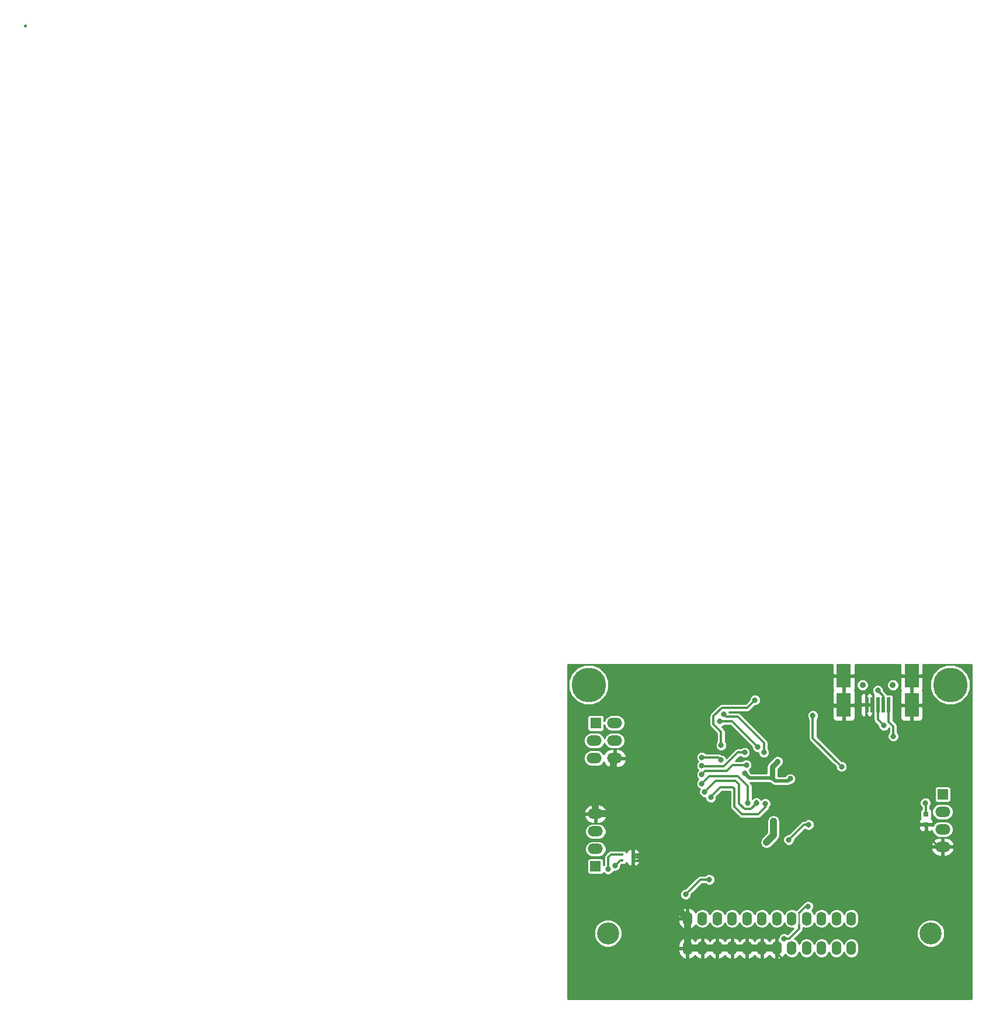
<source format=gtl>
G04 (created by PCBNEW-RS274X (2012-07-14 BZR 3647)-testing) date Mon 16 Jul 2012 04:56:52 PM EEST*
%MOIN*%
G04 Gerber Fmt 3.4, Leading zero omitted, Abs format*
%FSLAX34Y34*%
G01*
G70*
G90*
G04 APERTURE LIST*
%ADD10C,0.006*%
%ADD11R,0.063X0.063*%
%ADD12O,0.0866X0.0591*%
%ADD13C,0.126*%
%ADD14O,0.0551X0.0787*%
%ADD15C,0.1969*%
%ADD16R,0.0236X0.0157*%
%ADD17R,0.0197X0.0886*%
%ADD18R,0.0807X0.1378*%
%ADD19C,0.0354*%
%ADD20R,0.06X0.06*%
%ADD21R,0.0314X0.0314*%
%ADD22C,0.0315*%
%ADD23C,0.0157*%
%ADD24C,0.0394*%
%ADD25C,0.0315*%
%ADD26C,0.0197*%
%ADD27C,0.0138*%
%ADD28C,0.008*%
%ADD29C,0.01*%
G04 APERTURE END LIST*
G54D10*
G54D11*
X49461Y-60606D03*
G54D12*
X50540Y-60606D03*
X49382Y-61606D03*
X50540Y-61606D03*
X49382Y-62606D03*
X50540Y-62606D03*
G54D13*
X50159Y-72598D03*
X68581Y-72598D03*
G54D14*
X59795Y-71754D03*
X60646Y-71754D03*
X61496Y-71754D03*
X62346Y-71754D03*
X63197Y-71754D03*
X64047Y-71754D03*
X58945Y-71754D03*
X58094Y-71754D03*
X57244Y-71754D03*
X56394Y-71754D03*
X55543Y-71754D03*
X54693Y-71754D03*
X54693Y-73442D03*
X57244Y-73442D03*
X58094Y-73442D03*
X58945Y-73442D03*
X59795Y-73442D03*
X60645Y-73442D03*
X61496Y-73442D03*
X62346Y-73442D03*
X63197Y-73442D03*
X64047Y-73442D03*
X55543Y-73442D03*
X56394Y-73442D03*
G54D15*
X69685Y-58425D03*
X49055Y-58425D03*
G54D16*
X50935Y-68099D03*
X51585Y-68099D03*
X50935Y-68437D03*
X51585Y-68437D03*
G54D17*
X66181Y-59567D03*
X65866Y-59567D03*
X65551Y-59567D03*
X65236Y-59567D03*
X64921Y-59567D03*
G54D18*
X63612Y-57904D03*
X63612Y-59577D03*
X67490Y-59577D03*
X67490Y-57904D03*
G54D19*
X66417Y-58435D03*
X64685Y-58435D03*
G54D20*
X49449Y-68780D03*
G54D12*
X49449Y-67780D03*
X49449Y-66780D03*
X49449Y-65780D03*
G54D20*
X69252Y-64665D03*
G54D12*
X69252Y-65665D03*
X69252Y-66665D03*
X69252Y-67665D03*
G54D21*
X68307Y-65807D03*
X68307Y-66397D03*
G54D22*
X59193Y-67402D03*
X59606Y-66201D03*
X59843Y-62795D03*
X60551Y-63780D03*
X57953Y-63465D03*
X55669Y-64528D03*
X58622Y-65157D03*
X56024Y-64843D03*
X59134Y-65197D03*
X56614Y-61870D03*
X58543Y-59291D03*
X55512Y-63543D03*
X58051Y-62992D03*
X55512Y-62559D03*
X56614Y-62717D03*
X57953Y-62283D03*
X55512Y-63031D03*
X55945Y-69528D03*
X54587Y-70374D03*
X56772Y-60118D03*
X59055Y-62283D03*
X60472Y-67264D03*
X61614Y-66398D03*
X58150Y-65157D03*
X55512Y-64055D03*
X61575Y-71063D03*
X60217Y-72894D03*
X61850Y-60177D03*
X63484Y-63091D03*
X56535Y-60512D03*
X58701Y-61969D03*
X63701Y-62264D03*
X55787Y-70059D03*
X65000Y-71181D03*
X59173Y-69724D03*
X57008Y-64646D03*
X62520Y-59685D03*
X60157Y-63504D03*
X58031Y-59291D03*
X61063Y-61890D03*
X60984Y-59291D03*
X63051Y-65709D03*
X53524Y-65591D03*
X66437Y-61358D03*
X65551Y-58741D03*
X50157Y-68937D03*
X50551Y-68740D03*
X68268Y-65157D03*
X65905Y-60748D03*
G54D23*
X16909Y-20847D02*
X16899Y-20837D01*
G54D24*
X59606Y-66201D02*
X59606Y-66989D01*
X59606Y-66989D02*
X59193Y-67402D01*
G54D25*
X59528Y-63110D02*
X59528Y-63740D01*
X59843Y-62795D02*
X59528Y-63110D01*
G54D26*
X60551Y-63780D02*
X60433Y-63898D01*
X60433Y-63898D02*
X59686Y-63898D01*
X59686Y-63898D02*
X59528Y-63740D01*
X58228Y-63740D02*
X59528Y-63740D01*
X57953Y-63465D02*
X58228Y-63740D01*
G54D27*
X56378Y-63898D02*
X56299Y-63898D01*
X56378Y-63898D02*
X56535Y-63898D01*
X56535Y-63898D02*
X57440Y-63898D01*
X58622Y-65157D02*
X58622Y-65197D01*
X58307Y-65512D02*
X58622Y-65197D01*
X57952Y-65512D02*
X58307Y-65512D01*
X57638Y-65198D02*
X57952Y-65512D01*
X57638Y-64096D02*
X57638Y-65198D01*
X57440Y-63898D02*
X57638Y-64096D01*
X56299Y-63898D02*
X55669Y-64528D01*
X58622Y-65157D02*
X58622Y-65039D01*
X56024Y-64843D02*
X56024Y-64803D01*
X56574Y-64253D02*
X56889Y-64253D01*
X57794Y-65787D02*
X58741Y-65787D01*
X57283Y-64253D02*
X57362Y-64332D01*
X56889Y-64253D02*
X57283Y-64253D01*
X57362Y-65355D02*
X57794Y-65787D01*
X57362Y-64332D02*
X57362Y-65355D01*
X59134Y-65197D02*
X59134Y-65394D01*
X58741Y-65787D02*
X59134Y-65394D01*
X56024Y-64803D02*
X56574Y-64253D01*
X59134Y-65197D02*
X59134Y-65236D01*
X56614Y-61870D02*
X56614Y-61102D01*
X56181Y-60669D02*
X56181Y-60216D01*
X56614Y-61102D02*
X56181Y-60669D01*
X56673Y-59724D02*
X56181Y-60216D01*
X58110Y-59724D02*
X56673Y-59724D01*
X58543Y-59291D02*
X58110Y-59724D01*
X55709Y-63346D02*
X55512Y-63543D01*
X57264Y-63012D02*
X56930Y-63346D01*
X56930Y-63346D02*
X55946Y-63346D01*
X55946Y-63346D02*
X55709Y-63346D01*
X57284Y-62992D02*
X57264Y-63012D01*
X58051Y-62992D02*
X57284Y-62992D01*
X55512Y-62559D02*
X56456Y-62559D01*
X56456Y-62559D02*
X56614Y-62717D01*
X57559Y-62283D02*
X56771Y-63071D01*
X56771Y-63071D02*
X55709Y-63071D01*
X57953Y-62283D02*
X57559Y-62283D01*
X55552Y-63071D02*
X55512Y-63031D01*
X55709Y-63071D02*
X55552Y-63071D01*
X55945Y-69528D02*
X55432Y-69528D01*
X55432Y-69528D02*
X54587Y-70374D01*
X56772Y-60118D02*
X56890Y-60236D01*
X56890Y-60236D02*
X57559Y-60236D01*
X57559Y-60236D02*
X59055Y-61732D01*
X59055Y-61732D02*
X59055Y-61890D01*
X59055Y-62283D02*
X59055Y-61890D01*
X61338Y-66398D02*
X60472Y-67264D01*
X61614Y-66398D02*
X61338Y-66398D01*
X56181Y-63622D02*
X55945Y-63622D01*
X57559Y-63622D02*
X56181Y-63622D01*
X58150Y-64213D02*
X57559Y-63622D01*
X58150Y-65157D02*
X58150Y-64213D01*
X55945Y-63622D02*
X55512Y-64055D01*
X61063Y-72323D02*
X60492Y-72894D01*
X60492Y-72894D02*
X60217Y-72894D01*
G54D28*
X61063Y-72146D02*
X61063Y-71437D01*
G54D27*
X61437Y-71063D02*
X61063Y-71437D01*
X61575Y-71063D02*
X61437Y-71063D01*
X61063Y-72146D02*
X61063Y-72323D01*
X61850Y-61457D02*
X61850Y-60177D01*
X63484Y-63091D02*
X61850Y-61457D01*
X57244Y-60512D02*
X56535Y-60512D01*
X58701Y-61969D02*
X57244Y-60512D01*
G54D24*
X49449Y-65780D02*
X49449Y-64271D01*
X50461Y-63259D02*
X50461Y-62606D01*
X49449Y-64271D02*
X50461Y-63259D01*
G54D27*
X69252Y-67665D02*
X67453Y-67665D01*
X65000Y-70118D02*
X65000Y-71181D01*
X66102Y-69016D02*
X65000Y-70118D01*
X67453Y-67665D02*
X66102Y-69016D01*
X59173Y-69724D02*
X56732Y-69724D01*
X56397Y-70059D02*
X55787Y-70059D01*
X56732Y-69724D02*
X56397Y-70059D01*
X63701Y-62264D02*
X63701Y-62520D01*
X64055Y-64705D02*
X63051Y-65709D01*
X64055Y-62874D02*
X64055Y-64705D01*
X63701Y-62520D02*
X64055Y-62874D01*
X51585Y-68099D02*
X51585Y-68268D01*
X51585Y-68268D02*
X51575Y-68268D01*
X53524Y-68268D02*
X51575Y-68268D01*
X51585Y-68278D02*
X51585Y-68437D01*
X51575Y-68268D02*
X51585Y-68278D01*
X69252Y-67665D02*
X69042Y-67665D01*
X68307Y-66930D02*
X68307Y-66397D01*
X69042Y-67665D02*
X68307Y-66930D01*
G54D24*
X49449Y-65780D02*
X53335Y-65780D01*
X53335Y-65780D02*
X53524Y-65591D01*
G54D27*
X54693Y-71153D02*
X54693Y-71754D01*
X55787Y-70059D02*
X54693Y-71153D01*
X64627Y-74154D02*
X60217Y-74154D01*
X60217Y-74154D02*
X60059Y-73996D01*
X64627Y-74154D02*
X65000Y-73781D01*
X65000Y-73781D02*
X65000Y-71181D01*
X60059Y-73996D02*
X59795Y-73732D01*
X59795Y-73442D02*
X59795Y-73732D01*
G54D24*
X53524Y-68765D02*
X53524Y-70585D01*
X53524Y-70585D02*
X54693Y-71754D01*
X53524Y-65591D02*
X53524Y-68268D01*
X53524Y-68268D02*
X53524Y-68765D01*
X54693Y-71754D02*
X54693Y-73442D01*
G54D27*
X63612Y-57904D02*
X67490Y-57904D01*
X63612Y-59577D02*
X64911Y-59577D01*
G54D29*
X64911Y-59577D02*
X64921Y-59567D01*
G54D27*
X64921Y-59567D02*
X65236Y-59567D01*
X67490Y-59577D02*
X67490Y-57904D01*
X62520Y-59685D02*
X63504Y-59685D01*
G54D29*
X63504Y-59685D02*
X63612Y-59577D01*
G54D27*
X63612Y-59577D02*
X63612Y-57904D01*
G54D24*
X62304Y-66456D02*
X63051Y-65709D01*
X62304Y-69724D02*
X62304Y-66456D01*
X59173Y-69724D02*
X62304Y-69724D01*
G54D25*
X53524Y-65591D02*
X56063Y-65591D01*
X56063Y-65591D02*
X57008Y-64646D01*
G54D27*
X53524Y-65591D02*
X53524Y-65650D01*
X62126Y-59291D02*
X60984Y-59291D01*
X62520Y-59685D02*
X62126Y-59291D01*
X61063Y-61890D02*
X61063Y-59370D01*
X61063Y-59370D02*
X60984Y-59291D01*
X61063Y-62874D02*
X61063Y-63031D01*
X61063Y-61890D02*
X61063Y-62874D01*
X61063Y-63031D02*
X60718Y-63376D01*
X60157Y-63504D02*
X60275Y-63504D01*
X60275Y-63504D02*
X60433Y-63346D01*
X60433Y-63346D02*
X60688Y-63346D01*
X60688Y-63346D02*
X60718Y-63376D01*
G54D24*
X63051Y-65709D02*
X61122Y-63780D01*
G54D27*
X60718Y-63376D02*
X61122Y-63780D01*
X58031Y-59291D02*
X58031Y-59213D01*
X60512Y-58819D02*
X60984Y-59291D01*
X58425Y-58819D02*
X60512Y-58819D01*
X58031Y-59213D02*
X58425Y-58819D01*
G54D24*
X58094Y-73442D02*
X57244Y-73442D01*
X57244Y-73442D02*
X56394Y-73442D01*
X59795Y-73442D02*
X58945Y-73442D01*
X55543Y-73442D02*
X54693Y-73442D01*
X56394Y-73442D02*
X55543Y-73442D01*
X58945Y-73442D02*
X58094Y-73442D01*
G54D27*
X66181Y-59567D02*
X66181Y-60531D01*
X66437Y-60787D02*
X66437Y-61358D01*
X66181Y-60531D02*
X66437Y-60787D01*
X65866Y-59056D02*
X65866Y-59567D01*
X65551Y-58741D02*
X65866Y-59056D01*
X50326Y-68099D02*
X50935Y-68099D01*
X50157Y-68268D02*
X50326Y-68099D01*
X50157Y-68937D02*
X50157Y-68268D01*
X50854Y-68437D02*
X50935Y-68437D01*
X50551Y-68740D02*
X50854Y-68437D01*
X68307Y-65196D02*
X68307Y-65807D01*
X68268Y-65157D02*
X68307Y-65196D01*
X65551Y-60394D02*
X65551Y-59567D01*
X65905Y-60748D02*
X65551Y-60394D01*
G54D10*
G36*
X70895Y-76328D02*
X70837Y-76328D01*
X70837Y-58655D01*
X70837Y-58197D01*
X70662Y-57774D01*
X70338Y-57449D01*
X69915Y-57273D01*
X69457Y-57273D01*
X69034Y-57448D01*
X68709Y-57772D01*
X68533Y-58195D01*
X68533Y-58653D01*
X68708Y-59076D01*
X69032Y-59401D01*
X69455Y-59577D01*
X69913Y-59577D01*
X70336Y-59402D01*
X70661Y-59078D01*
X70837Y-58655D01*
X70837Y-76328D01*
X69918Y-76328D01*
X69918Y-67799D01*
X69918Y-67531D01*
X69913Y-67503D01*
X69855Y-67396D01*
X69855Y-66756D01*
X69855Y-66575D01*
X69855Y-65756D01*
X69855Y-65575D01*
X69786Y-65408D01*
X69720Y-65342D01*
X69720Y-64999D01*
X69720Y-64932D01*
X69720Y-64332D01*
X69695Y-64270D01*
X69647Y-64223D01*
X69586Y-64197D01*
X69519Y-64197D01*
X68919Y-64197D01*
X68857Y-64222D01*
X68810Y-64270D01*
X68784Y-64331D01*
X68784Y-64398D01*
X68784Y-64998D01*
X68809Y-65060D01*
X68857Y-65107D01*
X68918Y-65133D01*
X68985Y-65133D01*
X69585Y-65133D01*
X69647Y-65108D01*
X69694Y-65060D01*
X69720Y-64999D01*
X69720Y-65342D01*
X69658Y-65280D01*
X69492Y-65211D01*
X69311Y-65211D01*
X69013Y-65211D01*
X68846Y-65280D01*
X68718Y-65408D01*
X68649Y-65574D01*
X68649Y-65755D01*
X68718Y-65922D01*
X68846Y-66050D01*
X69012Y-66119D01*
X69193Y-66119D01*
X69491Y-66119D01*
X69658Y-66050D01*
X69786Y-65922D01*
X69855Y-65756D01*
X69855Y-66575D01*
X69786Y-66408D01*
X69658Y-66280D01*
X69492Y-66211D01*
X69311Y-66211D01*
X69013Y-66211D01*
X68846Y-66280D01*
X68718Y-66408D01*
X68714Y-66417D01*
X68714Y-66285D01*
X68713Y-66191D01*
X68675Y-66099D01*
X68614Y-66038D01*
X68632Y-65998D01*
X68632Y-65931D01*
X68632Y-65617D01*
X68607Y-65555D01*
X68559Y-65508D01*
X68544Y-65501D01*
X68544Y-65339D01*
X68593Y-65222D01*
X68593Y-65093D01*
X68544Y-64973D01*
X68453Y-64882D01*
X68333Y-64832D01*
X68204Y-64832D01*
X68143Y-64856D01*
X68143Y-59689D01*
X68143Y-59465D01*
X68142Y-58839D01*
X68104Y-58747D01*
X68097Y-58740D01*
X68104Y-58734D01*
X68142Y-58642D01*
X68143Y-58016D01*
X68081Y-57954D01*
X67540Y-57954D01*
X67540Y-58700D01*
X67540Y-58781D01*
X67540Y-59527D01*
X68081Y-59527D01*
X68143Y-59465D01*
X68143Y-59689D01*
X68081Y-59627D01*
X67540Y-59627D01*
X67540Y-60454D01*
X67602Y-60516D01*
X67844Y-60515D01*
X67943Y-60515D01*
X68034Y-60477D01*
X68104Y-60407D01*
X68142Y-60315D01*
X68143Y-59689D01*
X68143Y-64856D01*
X68084Y-64881D01*
X67993Y-64972D01*
X67943Y-65092D01*
X67943Y-65221D01*
X67992Y-65341D01*
X68070Y-65419D01*
X68070Y-65500D01*
X68055Y-65507D01*
X68008Y-65555D01*
X67982Y-65616D01*
X67982Y-65683D01*
X67982Y-65997D01*
X67998Y-66039D01*
X67939Y-66099D01*
X67901Y-66191D01*
X67900Y-66285D01*
X67962Y-66347D01*
X68207Y-66347D01*
X68257Y-66347D01*
X68357Y-66347D01*
X68407Y-66347D01*
X68652Y-66347D01*
X68714Y-66285D01*
X68714Y-66417D01*
X68687Y-66482D01*
X68652Y-66447D01*
X68357Y-66447D01*
X68357Y-66742D01*
X68418Y-66803D01*
X68514Y-66803D01*
X68605Y-66765D01*
X68649Y-66721D01*
X68649Y-66755D01*
X68718Y-66922D01*
X68846Y-67050D01*
X69012Y-67119D01*
X69193Y-67119D01*
X69491Y-67119D01*
X69658Y-67050D01*
X69786Y-66922D01*
X69855Y-66756D01*
X69855Y-67396D01*
X69811Y-67315D01*
X69645Y-67181D01*
X69440Y-67120D01*
X69302Y-67120D01*
X69302Y-67615D01*
X69870Y-67615D01*
X69918Y-67531D01*
X69918Y-67799D01*
X69870Y-67715D01*
X69302Y-67715D01*
X69302Y-68210D01*
X69440Y-68210D01*
X69645Y-68149D01*
X69811Y-68015D01*
X69913Y-67827D01*
X69918Y-67799D01*
X69918Y-76328D01*
X69379Y-76328D01*
X69379Y-72757D01*
X69379Y-72440D01*
X69258Y-72147D01*
X69202Y-72090D01*
X69202Y-68210D01*
X69202Y-67715D01*
X69202Y-67615D01*
X69202Y-67120D01*
X69064Y-67120D01*
X68859Y-67181D01*
X68693Y-67315D01*
X68591Y-67503D01*
X68586Y-67531D01*
X68634Y-67615D01*
X69202Y-67615D01*
X69202Y-67715D01*
X68634Y-67715D01*
X68586Y-67799D01*
X68591Y-67827D01*
X68693Y-68015D01*
X68859Y-68149D01*
X69064Y-68210D01*
X69202Y-68210D01*
X69202Y-72090D01*
X69034Y-71922D01*
X68740Y-71800D01*
X68423Y-71800D01*
X68257Y-71868D01*
X68257Y-66742D01*
X68257Y-66447D01*
X67962Y-66447D01*
X67900Y-66509D01*
X67901Y-66603D01*
X67939Y-66695D01*
X68009Y-66765D01*
X68100Y-66803D01*
X68196Y-66803D01*
X68257Y-66742D01*
X68257Y-71868D01*
X68130Y-71921D01*
X67905Y-72145D01*
X67783Y-72439D01*
X67783Y-72756D01*
X67904Y-73049D01*
X68128Y-73274D01*
X68422Y-73396D01*
X68739Y-73396D01*
X69032Y-73275D01*
X69257Y-73051D01*
X69379Y-72757D01*
X69379Y-76328D01*
X67440Y-76328D01*
X67440Y-60454D01*
X67440Y-59627D01*
X67440Y-59527D01*
X67440Y-58781D01*
X67440Y-58700D01*
X67440Y-57954D01*
X66899Y-57954D01*
X66837Y-58016D01*
X66838Y-58642D01*
X66876Y-58734D01*
X66882Y-58740D01*
X66876Y-58747D01*
X66838Y-58839D01*
X66837Y-59465D01*
X66899Y-59527D01*
X67440Y-59527D01*
X67440Y-59627D01*
X66899Y-59627D01*
X66837Y-59689D01*
X66838Y-60315D01*
X66876Y-60407D01*
X66946Y-60477D01*
X67037Y-60515D01*
X67136Y-60515D01*
X67378Y-60516D01*
X67440Y-60454D01*
X67440Y-76328D01*
X66762Y-76328D01*
X66762Y-61423D01*
X66762Y-61294D01*
X66761Y-61291D01*
X66761Y-58504D01*
X66761Y-58367D01*
X66709Y-58241D01*
X66612Y-58144D01*
X66486Y-58091D01*
X66349Y-58091D01*
X66223Y-58143D01*
X66126Y-58240D01*
X66073Y-58366D01*
X66073Y-58503D01*
X66125Y-58629D01*
X66222Y-58726D01*
X66348Y-58779D01*
X66485Y-58779D01*
X66611Y-58727D01*
X66708Y-58630D01*
X66761Y-58504D01*
X66761Y-61291D01*
X66713Y-61174D01*
X66674Y-61135D01*
X66674Y-60791D01*
X66674Y-60787D01*
X66675Y-60787D01*
X66656Y-60696D01*
X66605Y-60619D01*
X66418Y-60432D01*
X66418Y-60108D01*
X66421Y-60105D01*
X66447Y-60044D01*
X66447Y-59977D01*
X66447Y-59091D01*
X66422Y-59029D01*
X66374Y-58982D01*
X66313Y-58956D01*
X66246Y-58956D01*
X66079Y-58956D01*
X66034Y-58888D01*
X66031Y-58886D01*
X65876Y-58730D01*
X65876Y-58677D01*
X65827Y-58557D01*
X65736Y-58466D01*
X65616Y-58416D01*
X65487Y-58416D01*
X65367Y-58465D01*
X65276Y-58556D01*
X65226Y-58676D01*
X65226Y-58805D01*
X65275Y-58925D01*
X65285Y-58935D01*
X65285Y-58936D01*
X65285Y-59090D01*
X65285Y-59157D01*
X65285Y-59517D01*
X65285Y-59617D01*
X65285Y-60043D01*
X65285Y-60198D01*
X65314Y-60227D01*
X65314Y-60259D01*
X65314Y-60389D01*
X65313Y-60394D01*
X65332Y-60485D01*
X65383Y-60562D01*
X65580Y-60758D01*
X65580Y-60812D01*
X65629Y-60932D01*
X65720Y-61023D01*
X65840Y-61073D01*
X65969Y-61073D01*
X66089Y-61024D01*
X66180Y-60933D01*
X66199Y-60885D01*
X66200Y-60886D01*
X66200Y-61135D01*
X66162Y-61173D01*
X66112Y-61293D01*
X66112Y-61422D01*
X66161Y-61542D01*
X66252Y-61633D01*
X66372Y-61683D01*
X66501Y-61683D01*
X66621Y-61634D01*
X66712Y-61543D01*
X66762Y-61423D01*
X66762Y-76328D01*
X65269Y-76328D01*
X65269Y-59679D01*
X65269Y-59455D01*
X65268Y-59075D01*
X65230Y-58983D01*
X65187Y-58940D01*
X65187Y-58936D01*
X65126Y-58875D01*
X65088Y-58875D01*
X65078Y-58878D01*
X65069Y-58875D01*
X65031Y-58875D01*
X65029Y-58877D01*
X65029Y-58504D01*
X65029Y-58367D01*
X64977Y-58241D01*
X64880Y-58144D01*
X64754Y-58091D01*
X64617Y-58091D01*
X64491Y-58143D01*
X64394Y-58240D01*
X64341Y-58366D01*
X64341Y-58503D01*
X64393Y-58629D01*
X64490Y-58726D01*
X64616Y-58779D01*
X64753Y-58779D01*
X64879Y-58727D01*
X64976Y-58630D01*
X65029Y-58504D01*
X65029Y-58877D01*
X64970Y-58936D01*
X64970Y-58940D01*
X64927Y-58983D01*
X64889Y-59075D01*
X64888Y-59455D01*
X64950Y-59517D01*
X64970Y-59517D01*
X65187Y-59517D01*
X65207Y-59517D01*
X65269Y-59455D01*
X65269Y-59679D01*
X65207Y-59617D01*
X65187Y-59617D01*
X64970Y-59617D01*
X64950Y-59617D01*
X64888Y-59679D01*
X64889Y-60059D01*
X64927Y-60151D01*
X64970Y-60194D01*
X64970Y-60198D01*
X65031Y-60259D01*
X65069Y-60259D01*
X65078Y-60255D01*
X65088Y-60259D01*
X65126Y-60259D01*
X65187Y-60198D01*
X65187Y-60194D01*
X65230Y-60151D01*
X65268Y-60059D01*
X65269Y-59679D01*
X65269Y-76328D01*
X64872Y-76328D01*
X64872Y-60198D01*
X64872Y-59617D01*
X64872Y-59517D01*
X64872Y-58936D01*
X64811Y-58875D01*
X64773Y-58875D01*
X64682Y-58913D01*
X64612Y-58983D01*
X64574Y-59075D01*
X64573Y-59455D01*
X64635Y-59517D01*
X64872Y-59517D01*
X64872Y-59617D01*
X64635Y-59617D01*
X64573Y-59679D01*
X64574Y-60059D01*
X64612Y-60151D01*
X64682Y-60221D01*
X64773Y-60259D01*
X64811Y-60259D01*
X64872Y-60198D01*
X64872Y-76328D01*
X64482Y-76328D01*
X64482Y-73657D01*
X64482Y-73484D01*
X64482Y-73228D01*
X64416Y-73068D01*
X64294Y-72946D01*
X64134Y-72879D01*
X63961Y-72879D01*
X63801Y-72945D01*
X63679Y-73067D01*
X63621Y-73203D01*
X63566Y-73068D01*
X63444Y-72946D01*
X63284Y-72879D01*
X63111Y-72879D01*
X62951Y-72945D01*
X62829Y-73067D01*
X62771Y-73204D01*
X62715Y-73068D01*
X62593Y-72946D01*
X62433Y-72879D01*
X62260Y-72879D01*
X62100Y-72945D01*
X61978Y-73067D01*
X61920Y-73203D01*
X61865Y-73068D01*
X61743Y-72946D01*
X61583Y-72879D01*
X61410Y-72879D01*
X61250Y-72945D01*
X61128Y-73067D01*
X61070Y-73204D01*
X61014Y-73068D01*
X60892Y-72946D01*
X60810Y-72911D01*
X61228Y-72492D01*
X61230Y-72491D01*
X61231Y-72491D01*
X61282Y-72414D01*
X61300Y-72323D01*
X61300Y-72271D01*
X61409Y-72317D01*
X61582Y-72317D01*
X61742Y-72251D01*
X61864Y-72129D01*
X61921Y-71992D01*
X61977Y-72128D01*
X62099Y-72250D01*
X62259Y-72317D01*
X62432Y-72317D01*
X62592Y-72251D01*
X62714Y-72129D01*
X62771Y-71991D01*
X62828Y-72128D01*
X62950Y-72250D01*
X63110Y-72317D01*
X63283Y-72317D01*
X63443Y-72251D01*
X63565Y-72129D01*
X63622Y-71992D01*
X63678Y-72128D01*
X63800Y-72250D01*
X63960Y-72317D01*
X64133Y-72317D01*
X64293Y-72251D01*
X64415Y-72129D01*
X64482Y-71969D01*
X64482Y-71796D01*
X64482Y-71540D01*
X64416Y-71380D01*
X64294Y-71258D01*
X64265Y-71245D01*
X64265Y-59689D01*
X64265Y-59465D01*
X64264Y-58839D01*
X64226Y-58747D01*
X64219Y-58740D01*
X64226Y-58734D01*
X64264Y-58642D01*
X64265Y-58016D01*
X64203Y-57954D01*
X63662Y-57954D01*
X63662Y-58700D01*
X63662Y-58781D01*
X63662Y-59527D01*
X64203Y-59527D01*
X64265Y-59465D01*
X64265Y-59689D01*
X64203Y-59627D01*
X63662Y-59627D01*
X63662Y-60454D01*
X63724Y-60516D01*
X63966Y-60515D01*
X64065Y-60515D01*
X64156Y-60477D01*
X64226Y-60407D01*
X64264Y-60315D01*
X64265Y-59689D01*
X64265Y-71245D01*
X64134Y-71191D01*
X63961Y-71191D01*
X63809Y-71253D01*
X63809Y-63156D01*
X63809Y-63027D01*
X63760Y-62907D01*
X63669Y-62816D01*
X63562Y-62771D01*
X63562Y-60454D01*
X63562Y-59627D01*
X63562Y-59527D01*
X63562Y-58781D01*
X63562Y-58700D01*
X63562Y-57954D01*
X63021Y-57954D01*
X62959Y-58016D01*
X62960Y-58642D01*
X62998Y-58734D01*
X63004Y-58740D01*
X62998Y-58747D01*
X62960Y-58839D01*
X62959Y-59465D01*
X63021Y-59527D01*
X63562Y-59527D01*
X63562Y-59627D01*
X63021Y-59627D01*
X62959Y-59689D01*
X62960Y-60315D01*
X62998Y-60407D01*
X63068Y-60477D01*
X63159Y-60515D01*
X63258Y-60515D01*
X63500Y-60516D01*
X63562Y-60454D01*
X63562Y-62771D01*
X63549Y-62766D01*
X63494Y-62766D01*
X62087Y-61358D01*
X62087Y-60400D01*
X62125Y-60362D01*
X62175Y-60242D01*
X62175Y-60113D01*
X62126Y-59993D01*
X62035Y-59902D01*
X61915Y-59852D01*
X61786Y-59852D01*
X61666Y-59901D01*
X61575Y-59992D01*
X61525Y-60112D01*
X61525Y-60241D01*
X61574Y-60361D01*
X61613Y-60400D01*
X61613Y-61452D01*
X61612Y-61457D01*
X61631Y-61548D01*
X61682Y-61625D01*
X63159Y-63101D01*
X63159Y-63155D01*
X63208Y-63275D01*
X63299Y-63366D01*
X63419Y-63416D01*
X63548Y-63416D01*
X63668Y-63367D01*
X63759Y-63276D01*
X63809Y-63156D01*
X63809Y-71253D01*
X63801Y-71257D01*
X63679Y-71379D01*
X63621Y-71515D01*
X63566Y-71380D01*
X63444Y-71258D01*
X63284Y-71191D01*
X63111Y-71191D01*
X62951Y-71257D01*
X62829Y-71379D01*
X62771Y-71516D01*
X62715Y-71380D01*
X62593Y-71258D01*
X62433Y-71191D01*
X62260Y-71191D01*
X62100Y-71257D01*
X61978Y-71379D01*
X61939Y-71470D01*
X61939Y-66463D01*
X61939Y-66334D01*
X61890Y-66214D01*
X61799Y-66123D01*
X61679Y-66073D01*
X61550Y-66073D01*
X61430Y-66122D01*
X61391Y-66161D01*
X61338Y-66161D01*
X61337Y-66161D01*
X61247Y-66179D01*
X61170Y-66230D01*
X61168Y-66232D01*
X60876Y-66524D01*
X60876Y-63845D01*
X60876Y-63716D01*
X60827Y-63596D01*
X60736Y-63505D01*
X60616Y-63455D01*
X60487Y-63455D01*
X60367Y-63504D01*
X60276Y-63595D01*
X60260Y-63632D01*
X59853Y-63632D01*
X59853Y-63244D01*
X60025Y-63071D01*
X60027Y-63071D01*
X60072Y-63025D01*
X60118Y-62980D01*
X60142Y-62920D01*
X60168Y-62860D01*
X60168Y-62795D01*
X60168Y-62731D01*
X60119Y-62611D01*
X60028Y-62520D01*
X59908Y-62470D01*
X59843Y-62470D01*
X59779Y-62470D01*
X59659Y-62519D01*
X59568Y-62610D01*
X59567Y-62611D01*
X59380Y-62798D01*
X59380Y-62348D01*
X59380Y-62219D01*
X59331Y-62099D01*
X59292Y-62060D01*
X59292Y-61890D01*
X59292Y-61732D01*
X59274Y-61641D01*
X59223Y-61564D01*
X59220Y-61562D01*
X57727Y-60068D01*
X57650Y-60017D01*
X57559Y-59998D01*
X57554Y-59999D01*
X57074Y-59999D01*
X57059Y-59961D01*
X58105Y-59961D01*
X58110Y-59962D01*
X58110Y-59961D01*
X58201Y-59943D01*
X58278Y-59892D01*
X58553Y-59616D01*
X58607Y-59616D01*
X58727Y-59567D01*
X58818Y-59476D01*
X58868Y-59356D01*
X58868Y-59227D01*
X58819Y-59107D01*
X58728Y-59016D01*
X58608Y-58966D01*
X58479Y-58966D01*
X58359Y-59015D01*
X58268Y-59106D01*
X58218Y-59226D01*
X58218Y-59280D01*
X58011Y-59487D01*
X56673Y-59487D01*
X56672Y-59487D01*
X56582Y-59505D01*
X56505Y-59556D01*
X56503Y-59558D01*
X56013Y-60048D01*
X55962Y-60125D01*
X55943Y-60216D01*
X55944Y-60220D01*
X55944Y-60664D01*
X55943Y-60669D01*
X55962Y-60760D01*
X56013Y-60837D01*
X56377Y-61200D01*
X56377Y-61647D01*
X56339Y-61685D01*
X56289Y-61805D01*
X56289Y-61934D01*
X56338Y-62054D01*
X56429Y-62145D01*
X56549Y-62195D01*
X56678Y-62195D01*
X56798Y-62146D01*
X56889Y-62055D01*
X56939Y-61935D01*
X56939Y-61806D01*
X56890Y-61686D01*
X56851Y-61647D01*
X56851Y-61102D01*
X56833Y-61011D01*
X56782Y-60934D01*
X56779Y-60932D01*
X56659Y-60812D01*
X56719Y-60788D01*
X56758Y-60749D01*
X57145Y-60749D01*
X58376Y-61979D01*
X58376Y-62033D01*
X58425Y-62153D01*
X58516Y-62244D01*
X58636Y-62294D01*
X58730Y-62294D01*
X58730Y-62347D01*
X58779Y-62467D01*
X58870Y-62558D01*
X58990Y-62608D01*
X59119Y-62608D01*
X59239Y-62559D01*
X59330Y-62468D01*
X59380Y-62348D01*
X59380Y-62798D01*
X59298Y-62880D01*
X59228Y-62986D01*
X59203Y-63110D01*
X59203Y-63474D01*
X58338Y-63474D01*
X58278Y-63414D01*
X58278Y-63401D01*
X58229Y-63281D01*
X58221Y-63273D01*
X58235Y-63268D01*
X58326Y-63177D01*
X58376Y-63057D01*
X58376Y-62928D01*
X58327Y-62808D01*
X58236Y-62717D01*
X58116Y-62667D01*
X57987Y-62667D01*
X57867Y-62716D01*
X57828Y-62755D01*
X57422Y-62755D01*
X57657Y-62520D01*
X57730Y-62520D01*
X57768Y-62558D01*
X57888Y-62608D01*
X58017Y-62608D01*
X58137Y-62559D01*
X58228Y-62468D01*
X58278Y-62348D01*
X58278Y-62219D01*
X58229Y-62099D01*
X58138Y-62008D01*
X58018Y-61958D01*
X57889Y-61958D01*
X57769Y-62007D01*
X57730Y-62046D01*
X57559Y-62046D01*
X57468Y-62064D01*
X57391Y-62115D01*
X57389Y-62117D01*
X56914Y-62592D01*
X56890Y-62533D01*
X56799Y-62442D01*
X56679Y-62392D01*
X56624Y-62392D01*
X56624Y-62391D01*
X56547Y-62340D01*
X56456Y-62321D01*
X56451Y-62322D01*
X55735Y-62322D01*
X55697Y-62284D01*
X55577Y-62234D01*
X55448Y-62234D01*
X55328Y-62283D01*
X55237Y-62374D01*
X55187Y-62494D01*
X55187Y-62623D01*
X55236Y-62743D01*
X55288Y-62795D01*
X55237Y-62846D01*
X55187Y-62966D01*
X55187Y-63095D01*
X55236Y-63215D01*
X55308Y-63287D01*
X55237Y-63358D01*
X55187Y-63478D01*
X55187Y-63607D01*
X55236Y-63727D01*
X55308Y-63799D01*
X55237Y-63870D01*
X55187Y-63990D01*
X55187Y-64119D01*
X55236Y-64239D01*
X55327Y-64330D01*
X55388Y-64355D01*
X55344Y-64463D01*
X55344Y-64592D01*
X55393Y-64712D01*
X55484Y-64803D01*
X55604Y-64853D01*
X55699Y-64853D01*
X55699Y-64907D01*
X55748Y-65027D01*
X55839Y-65118D01*
X55959Y-65168D01*
X56088Y-65168D01*
X56208Y-65119D01*
X56299Y-65028D01*
X56349Y-64908D01*
X56349Y-64813D01*
X56672Y-64490D01*
X56889Y-64490D01*
X57125Y-64490D01*
X57125Y-65350D01*
X57124Y-65355D01*
X57143Y-65446D01*
X57194Y-65523D01*
X57624Y-65952D01*
X57626Y-65955D01*
X57703Y-66006D01*
X57793Y-66024D01*
X57793Y-66023D01*
X57794Y-66024D01*
X58736Y-66024D01*
X58741Y-66025D01*
X58741Y-66024D01*
X58832Y-66006D01*
X58909Y-65955D01*
X59299Y-65563D01*
X59301Y-65562D01*
X59302Y-65562D01*
X59353Y-65485D01*
X59364Y-65426D01*
X59409Y-65382D01*
X59459Y-65262D01*
X59459Y-65133D01*
X59410Y-65013D01*
X59319Y-64922D01*
X59199Y-64872D01*
X59070Y-64872D01*
X58950Y-64921D01*
X58898Y-64973D01*
X58807Y-64882D01*
X58793Y-64876D01*
X58790Y-64871D01*
X58713Y-64820D01*
X58622Y-64802D01*
X58531Y-64820D01*
X58454Y-64871D01*
X58450Y-64875D01*
X58438Y-64881D01*
X58387Y-64932D01*
X58387Y-64213D01*
X58386Y-64212D01*
X58387Y-64212D01*
X58369Y-64122D01*
X58318Y-64045D01*
X58315Y-64043D01*
X58278Y-64006D01*
X59352Y-64006D01*
X59404Y-64040D01*
X59464Y-64052D01*
X59498Y-64086D01*
X59584Y-64144D01*
X59686Y-64164D01*
X60433Y-64164D01*
X60535Y-64144D01*
X60592Y-64105D01*
X60615Y-64105D01*
X60735Y-64056D01*
X60826Y-63965D01*
X60876Y-63845D01*
X60876Y-66524D01*
X60461Y-66939D01*
X60408Y-66939D01*
X60288Y-66988D01*
X60197Y-67079D01*
X60147Y-67199D01*
X60147Y-67328D01*
X60196Y-67448D01*
X60287Y-67539D01*
X60407Y-67589D01*
X60536Y-67589D01*
X60656Y-67540D01*
X60747Y-67449D01*
X60797Y-67329D01*
X60797Y-67274D01*
X61413Y-66657D01*
X61429Y-66673D01*
X61549Y-66723D01*
X61678Y-66723D01*
X61798Y-66674D01*
X61889Y-66583D01*
X61939Y-66463D01*
X61939Y-71470D01*
X61920Y-71515D01*
X61865Y-71380D01*
X61791Y-71306D01*
X61850Y-71248D01*
X61900Y-71128D01*
X61900Y-70999D01*
X61851Y-70879D01*
X61760Y-70788D01*
X61640Y-70738D01*
X61511Y-70738D01*
X61391Y-70787D01*
X61310Y-70867D01*
X61309Y-70868D01*
X61269Y-70895D01*
X61267Y-70897D01*
X60899Y-71264D01*
X60893Y-71258D01*
X60733Y-71191D01*
X60560Y-71191D01*
X60400Y-71257D01*
X60278Y-71379D01*
X60220Y-71516D01*
X60164Y-71380D01*
X60042Y-71258D01*
X59971Y-71228D01*
X59971Y-66989D01*
X59971Y-66201D01*
X59943Y-66061D01*
X59864Y-65943D01*
X59746Y-65864D01*
X59606Y-65836D01*
X59466Y-65864D01*
X59348Y-65943D01*
X59269Y-66061D01*
X59241Y-66201D01*
X59241Y-66838D01*
X58935Y-67144D01*
X58856Y-67263D01*
X58828Y-67402D01*
X58856Y-67541D01*
X58935Y-67660D01*
X59054Y-67739D01*
X59193Y-67767D01*
X59332Y-67739D01*
X59451Y-67660D01*
X59864Y-67247D01*
X59943Y-67129D01*
X59943Y-67128D01*
X59971Y-66989D01*
X59971Y-71228D01*
X59882Y-71191D01*
X59709Y-71191D01*
X59549Y-71257D01*
X59427Y-71379D01*
X59369Y-71515D01*
X59314Y-71380D01*
X59192Y-71258D01*
X59032Y-71191D01*
X58859Y-71191D01*
X58699Y-71257D01*
X58577Y-71379D01*
X58519Y-71516D01*
X58463Y-71380D01*
X58341Y-71258D01*
X58181Y-71191D01*
X58008Y-71191D01*
X57848Y-71257D01*
X57726Y-71379D01*
X57668Y-71515D01*
X57613Y-71380D01*
X57491Y-71258D01*
X57331Y-71191D01*
X57158Y-71191D01*
X56998Y-71257D01*
X56876Y-71379D01*
X56818Y-71515D01*
X56763Y-71380D01*
X56641Y-71258D01*
X56481Y-71191D01*
X56308Y-71191D01*
X56270Y-71206D01*
X56270Y-69593D01*
X56270Y-69464D01*
X56221Y-69344D01*
X56130Y-69253D01*
X56010Y-69203D01*
X55881Y-69203D01*
X55761Y-69252D01*
X55722Y-69291D01*
X55432Y-69291D01*
X55341Y-69309D01*
X55264Y-69360D01*
X55262Y-69362D01*
X54576Y-70049D01*
X54523Y-70049D01*
X54403Y-70098D01*
X54312Y-70189D01*
X54262Y-70309D01*
X54262Y-70438D01*
X54311Y-70558D01*
X54402Y-70649D01*
X54522Y-70699D01*
X54651Y-70699D01*
X54771Y-70650D01*
X54862Y-70559D01*
X54912Y-70439D01*
X54912Y-70385D01*
X55532Y-69765D01*
X55722Y-69765D01*
X55760Y-69803D01*
X55880Y-69853D01*
X56009Y-69853D01*
X56129Y-69804D01*
X56220Y-69713D01*
X56270Y-69593D01*
X56270Y-71206D01*
X56148Y-71257D01*
X56026Y-71379D01*
X55968Y-71516D01*
X55912Y-71380D01*
X55790Y-71258D01*
X55630Y-71191D01*
X55457Y-71191D01*
X55297Y-71257D01*
X55175Y-71379D01*
X55163Y-71405D01*
X55159Y-71389D01*
X55029Y-71229D01*
X54848Y-71131D01*
X54824Y-71128D01*
X54743Y-71176D01*
X54743Y-71654D01*
X54743Y-71704D01*
X54743Y-71804D01*
X54743Y-71854D01*
X54743Y-72332D01*
X54824Y-72380D01*
X54848Y-72377D01*
X55029Y-72279D01*
X55159Y-72119D01*
X55163Y-72103D01*
X55174Y-72128D01*
X55296Y-72250D01*
X55456Y-72317D01*
X55629Y-72317D01*
X55789Y-72251D01*
X55911Y-72129D01*
X55968Y-71991D01*
X56025Y-72128D01*
X56147Y-72250D01*
X56307Y-72317D01*
X56480Y-72317D01*
X56640Y-72251D01*
X56762Y-72129D01*
X56819Y-71992D01*
X56875Y-72128D01*
X56997Y-72250D01*
X57157Y-72317D01*
X57330Y-72317D01*
X57490Y-72251D01*
X57612Y-72129D01*
X57669Y-71992D01*
X57725Y-72128D01*
X57847Y-72250D01*
X58007Y-72317D01*
X58180Y-72317D01*
X58340Y-72251D01*
X58462Y-72129D01*
X58519Y-71991D01*
X58576Y-72128D01*
X58698Y-72250D01*
X58858Y-72317D01*
X59031Y-72317D01*
X59191Y-72251D01*
X59313Y-72129D01*
X59370Y-71992D01*
X59426Y-72128D01*
X59548Y-72250D01*
X59708Y-72317D01*
X59881Y-72317D01*
X60041Y-72251D01*
X60163Y-72129D01*
X60220Y-71991D01*
X60277Y-72128D01*
X60399Y-72250D01*
X60559Y-72317D01*
X60732Y-72317D01*
X60416Y-72633D01*
X60402Y-72619D01*
X60282Y-72569D01*
X60153Y-72569D01*
X60033Y-72618D01*
X59942Y-72709D01*
X59892Y-72829D01*
X59892Y-72836D01*
X59845Y-72864D01*
X59845Y-73342D01*
X59845Y-73392D01*
X59845Y-73492D01*
X59845Y-73542D01*
X59845Y-74020D01*
X59926Y-74068D01*
X59950Y-74065D01*
X60131Y-73967D01*
X60261Y-73807D01*
X60265Y-73791D01*
X60276Y-73816D01*
X60398Y-73938D01*
X60558Y-74005D01*
X60731Y-74005D01*
X60891Y-73939D01*
X61013Y-73817D01*
X61070Y-73679D01*
X61127Y-73816D01*
X61249Y-73938D01*
X61409Y-74005D01*
X61582Y-74005D01*
X61742Y-73939D01*
X61864Y-73817D01*
X61921Y-73680D01*
X61977Y-73816D01*
X62099Y-73938D01*
X62259Y-74005D01*
X62432Y-74005D01*
X62592Y-73939D01*
X62714Y-73817D01*
X62771Y-73679D01*
X62828Y-73816D01*
X62950Y-73938D01*
X63110Y-74005D01*
X63283Y-74005D01*
X63443Y-73939D01*
X63565Y-73817D01*
X63622Y-73680D01*
X63678Y-73816D01*
X63800Y-73938D01*
X63960Y-74005D01*
X64133Y-74005D01*
X64293Y-73939D01*
X64415Y-73817D01*
X64482Y-73657D01*
X64482Y-76328D01*
X59745Y-76328D01*
X59745Y-74020D01*
X59745Y-73492D01*
X59745Y-73392D01*
X59745Y-72864D01*
X59664Y-72816D01*
X59640Y-72819D01*
X59459Y-72917D01*
X59370Y-73026D01*
X59281Y-72917D01*
X59100Y-72819D01*
X59076Y-72816D01*
X58995Y-72864D01*
X58995Y-73392D01*
X59270Y-73392D01*
X59470Y-73392D01*
X59745Y-73392D01*
X59745Y-73492D01*
X59470Y-73492D01*
X59270Y-73492D01*
X58995Y-73492D01*
X58995Y-74020D01*
X59076Y-74068D01*
X59100Y-74065D01*
X59281Y-73967D01*
X59370Y-73857D01*
X59459Y-73967D01*
X59640Y-74065D01*
X59664Y-74068D01*
X59745Y-74020D01*
X59745Y-76328D01*
X58895Y-76328D01*
X58895Y-74020D01*
X58895Y-73492D01*
X58895Y-73392D01*
X58895Y-72864D01*
X58814Y-72816D01*
X58790Y-72819D01*
X58609Y-72917D01*
X58519Y-73027D01*
X58430Y-72917D01*
X58249Y-72819D01*
X58225Y-72816D01*
X58144Y-72864D01*
X58144Y-73392D01*
X58420Y-73392D01*
X58619Y-73392D01*
X58895Y-73392D01*
X58895Y-73492D01*
X58619Y-73492D01*
X58420Y-73492D01*
X58144Y-73492D01*
X58144Y-74020D01*
X58225Y-74068D01*
X58249Y-74065D01*
X58430Y-73967D01*
X58519Y-73856D01*
X58609Y-73967D01*
X58790Y-74065D01*
X58814Y-74068D01*
X58895Y-74020D01*
X58895Y-76328D01*
X58044Y-76328D01*
X58044Y-74020D01*
X58044Y-73492D01*
X58044Y-73392D01*
X58044Y-72864D01*
X57963Y-72816D01*
X57939Y-72819D01*
X57758Y-72917D01*
X57669Y-73026D01*
X57580Y-72917D01*
X57399Y-72819D01*
X57375Y-72816D01*
X57294Y-72864D01*
X57294Y-73392D01*
X57569Y-73392D01*
X57769Y-73392D01*
X58044Y-73392D01*
X58044Y-73492D01*
X57769Y-73492D01*
X57569Y-73492D01*
X57294Y-73492D01*
X57294Y-74020D01*
X57375Y-74068D01*
X57399Y-74065D01*
X57580Y-73967D01*
X57669Y-73857D01*
X57758Y-73967D01*
X57939Y-74065D01*
X57963Y-74068D01*
X58044Y-74020D01*
X58044Y-76328D01*
X57194Y-76328D01*
X57194Y-74020D01*
X57194Y-73492D01*
X57194Y-73392D01*
X57194Y-72864D01*
X57113Y-72816D01*
X57089Y-72819D01*
X56908Y-72917D01*
X56819Y-73026D01*
X56730Y-72917D01*
X56549Y-72819D01*
X56525Y-72816D01*
X56444Y-72864D01*
X56444Y-73392D01*
X56719Y-73392D01*
X56919Y-73392D01*
X57194Y-73392D01*
X57194Y-73492D01*
X56919Y-73492D01*
X56719Y-73492D01*
X56444Y-73492D01*
X56444Y-74020D01*
X56525Y-74068D01*
X56549Y-74065D01*
X56730Y-73967D01*
X56819Y-73857D01*
X56908Y-73967D01*
X57089Y-74065D01*
X57113Y-74068D01*
X57194Y-74020D01*
X57194Y-76328D01*
X56344Y-76328D01*
X56344Y-74020D01*
X56344Y-73492D01*
X56344Y-73392D01*
X56344Y-72864D01*
X56263Y-72816D01*
X56239Y-72819D01*
X56058Y-72917D01*
X55968Y-73027D01*
X55879Y-72917D01*
X55698Y-72819D01*
X55674Y-72816D01*
X55593Y-72864D01*
X55593Y-73392D01*
X55869Y-73392D01*
X56068Y-73392D01*
X56344Y-73392D01*
X56344Y-73492D01*
X56068Y-73492D01*
X55869Y-73492D01*
X55593Y-73492D01*
X55593Y-74020D01*
X55674Y-74068D01*
X55698Y-74065D01*
X55879Y-73967D01*
X55968Y-73856D01*
X56058Y-73967D01*
X56239Y-74065D01*
X56263Y-74068D01*
X56344Y-74020D01*
X56344Y-76328D01*
X55493Y-76328D01*
X55493Y-74020D01*
X55493Y-73492D01*
X55493Y-73392D01*
X55493Y-72864D01*
X55412Y-72816D01*
X55388Y-72819D01*
X55207Y-72917D01*
X55118Y-73026D01*
X55029Y-72917D01*
X54848Y-72819D01*
X54824Y-72816D01*
X54743Y-72864D01*
X54743Y-73392D01*
X55018Y-73392D01*
X55218Y-73392D01*
X55493Y-73392D01*
X55493Y-73492D01*
X55218Y-73492D01*
X55018Y-73492D01*
X54743Y-73492D01*
X54743Y-74020D01*
X54824Y-74068D01*
X54848Y-74065D01*
X55029Y-73967D01*
X55118Y-73857D01*
X55207Y-73967D01*
X55388Y-74065D01*
X55412Y-74068D01*
X55493Y-74020D01*
X55493Y-76328D01*
X54643Y-76328D01*
X54643Y-74020D01*
X54643Y-73492D01*
X54643Y-73392D01*
X54643Y-72864D01*
X54643Y-72332D01*
X54643Y-71804D01*
X54643Y-71704D01*
X54643Y-71176D01*
X54562Y-71128D01*
X54538Y-71131D01*
X54357Y-71229D01*
X54227Y-71389D01*
X54168Y-71586D01*
X54168Y-71704D01*
X54643Y-71704D01*
X54643Y-71804D01*
X54168Y-71804D01*
X54168Y-71922D01*
X54227Y-72119D01*
X54357Y-72279D01*
X54538Y-72377D01*
X54562Y-72380D01*
X54643Y-72332D01*
X54643Y-72864D01*
X54562Y-72816D01*
X54538Y-72819D01*
X54357Y-72917D01*
X54227Y-73077D01*
X54168Y-73274D01*
X54168Y-73392D01*
X54643Y-73392D01*
X54643Y-73492D01*
X54168Y-73492D01*
X54168Y-73610D01*
X54227Y-73807D01*
X54357Y-73967D01*
X54538Y-74065D01*
X54562Y-74068D01*
X54643Y-74020D01*
X54643Y-76328D01*
X51952Y-76328D01*
X51952Y-68565D01*
X51952Y-68537D01*
X51952Y-68337D01*
X51952Y-68309D01*
X51934Y-68268D01*
X51952Y-68227D01*
X51952Y-68199D01*
X51952Y-67999D01*
X51952Y-67971D01*
X51914Y-67880D01*
X51844Y-67810D01*
X51752Y-67772D01*
X51697Y-67771D01*
X51635Y-67833D01*
X51635Y-68060D01*
X51891Y-68060D01*
X51952Y-67999D01*
X51952Y-68199D01*
X51891Y-68138D01*
X51819Y-68138D01*
X51752Y-68110D01*
X51697Y-68109D01*
X51668Y-68138D01*
X51635Y-68138D01*
X51635Y-68171D01*
X51635Y-68365D01*
X51635Y-68398D01*
X51668Y-68398D01*
X51697Y-68427D01*
X51752Y-68426D01*
X51819Y-68398D01*
X51891Y-68398D01*
X51952Y-68337D01*
X51952Y-68537D01*
X51891Y-68476D01*
X51635Y-68476D01*
X51635Y-68703D01*
X51697Y-68765D01*
X51752Y-68764D01*
X51844Y-68726D01*
X51914Y-68656D01*
X51952Y-68565D01*
X51952Y-76328D01*
X51535Y-76328D01*
X51535Y-68703D01*
X51535Y-68537D01*
X51535Y-68476D01*
X51535Y-68398D01*
X51535Y-68365D01*
X51535Y-68337D01*
X51535Y-68199D01*
X51535Y-68171D01*
X51535Y-68138D01*
X51535Y-68060D01*
X51535Y-67999D01*
X51535Y-67833D01*
X51473Y-67771D01*
X51418Y-67772D01*
X51326Y-67810D01*
X51256Y-67880D01*
X51218Y-67971D01*
X51218Y-67980D01*
X51206Y-67950D01*
X51206Y-62740D01*
X51206Y-62472D01*
X51201Y-62444D01*
X51143Y-62337D01*
X51143Y-61697D01*
X51143Y-61516D01*
X51143Y-60697D01*
X51143Y-60516D01*
X51074Y-60349D01*
X50946Y-60221D01*
X50780Y-60152D01*
X50599Y-60152D01*
X50301Y-60152D01*
X50207Y-60190D01*
X50207Y-58655D01*
X50207Y-58197D01*
X50032Y-57774D01*
X49708Y-57449D01*
X49285Y-57273D01*
X48827Y-57273D01*
X48404Y-57448D01*
X48079Y-57772D01*
X47903Y-58195D01*
X47903Y-58653D01*
X48078Y-59076D01*
X48402Y-59401D01*
X48825Y-59577D01*
X49283Y-59577D01*
X49706Y-59402D01*
X50031Y-59078D01*
X50207Y-58655D01*
X50207Y-60190D01*
X50134Y-60221D01*
X50006Y-60349D01*
X49944Y-60498D01*
X49944Y-60258D01*
X49919Y-60196D01*
X49871Y-60149D01*
X49810Y-60123D01*
X49743Y-60123D01*
X49113Y-60123D01*
X49051Y-60148D01*
X49004Y-60196D01*
X48978Y-60257D01*
X48978Y-60324D01*
X48978Y-60954D01*
X49003Y-61016D01*
X49051Y-61063D01*
X49112Y-61089D01*
X49179Y-61089D01*
X49809Y-61089D01*
X49871Y-61064D01*
X49918Y-61016D01*
X49944Y-60955D01*
X49944Y-60888D01*
X49944Y-60712D01*
X50006Y-60863D01*
X50134Y-60991D01*
X50300Y-61060D01*
X50481Y-61060D01*
X50779Y-61060D01*
X50946Y-60991D01*
X51074Y-60863D01*
X51143Y-60697D01*
X51143Y-61516D01*
X51074Y-61349D01*
X50946Y-61221D01*
X50780Y-61152D01*
X50599Y-61152D01*
X50301Y-61152D01*
X50134Y-61221D01*
X50006Y-61349D01*
X49960Y-61457D01*
X49916Y-61349D01*
X49788Y-61221D01*
X49622Y-61152D01*
X49441Y-61152D01*
X49143Y-61152D01*
X48976Y-61221D01*
X48848Y-61349D01*
X48779Y-61515D01*
X48779Y-61696D01*
X48848Y-61863D01*
X48976Y-61991D01*
X49142Y-62060D01*
X49323Y-62060D01*
X49621Y-62060D01*
X49788Y-61991D01*
X49916Y-61863D01*
X49961Y-61754D01*
X50006Y-61863D01*
X50134Y-61991D01*
X50300Y-62060D01*
X50481Y-62060D01*
X50779Y-62060D01*
X50946Y-61991D01*
X51074Y-61863D01*
X51143Y-61697D01*
X51143Y-62337D01*
X51099Y-62256D01*
X50933Y-62122D01*
X50728Y-62061D01*
X50590Y-62061D01*
X50590Y-62556D01*
X51158Y-62556D01*
X51206Y-62472D01*
X51206Y-62740D01*
X51158Y-62656D01*
X50590Y-62656D01*
X50590Y-63151D01*
X50728Y-63151D01*
X50933Y-63090D01*
X51099Y-62956D01*
X51201Y-62768D01*
X51206Y-62740D01*
X51206Y-67950D01*
X51196Y-67926D01*
X51148Y-67879D01*
X51087Y-67853D01*
X51020Y-67853D01*
X50784Y-67853D01*
X50761Y-67862D01*
X50490Y-67862D01*
X50490Y-63151D01*
X50490Y-62706D01*
X50490Y-62656D01*
X50490Y-62556D01*
X50490Y-62506D01*
X50490Y-62061D01*
X50352Y-62061D01*
X50147Y-62122D01*
X49981Y-62256D01*
X49922Y-62364D01*
X49916Y-62349D01*
X49788Y-62221D01*
X49622Y-62152D01*
X49441Y-62152D01*
X49143Y-62152D01*
X48976Y-62221D01*
X48848Y-62349D01*
X48779Y-62515D01*
X48779Y-62696D01*
X48848Y-62863D01*
X48976Y-62991D01*
X49142Y-63060D01*
X49323Y-63060D01*
X49621Y-63060D01*
X49788Y-62991D01*
X49916Y-62863D01*
X49922Y-62847D01*
X49981Y-62956D01*
X50147Y-63090D01*
X50352Y-63151D01*
X50490Y-63151D01*
X50490Y-67862D01*
X50330Y-67862D01*
X50326Y-67861D01*
X50235Y-67880D01*
X50158Y-67931D01*
X50115Y-67974D01*
X50115Y-65914D01*
X50115Y-65646D01*
X50110Y-65618D01*
X50008Y-65430D01*
X49842Y-65296D01*
X49637Y-65235D01*
X49499Y-65235D01*
X49499Y-65730D01*
X50067Y-65730D01*
X50115Y-65646D01*
X50115Y-65914D01*
X50067Y-65830D01*
X49499Y-65830D01*
X49499Y-66325D01*
X49637Y-66325D01*
X49842Y-66264D01*
X50008Y-66130D01*
X50110Y-65942D01*
X50115Y-65914D01*
X50115Y-67974D01*
X50052Y-68037D01*
X50052Y-67871D01*
X50052Y-67690D01*
X50052Y-66871D01*
X50052Y-66690D01*
X49983Y-66523D01*
X49855Y-66395D01*
X49689Y-66326D01*
X49508Y-66326D01*
X49399Y-66326D01*
X49399Y-66325D01*
X49399Y-65830D01*
X49399Y-65730D01*
X49399Y-65235D01*
X49261Y-65235D01*
X49056Y-65296D01*
X48890Y-65430D01*
X48788Y-65618D01*
X48783Y-65646D01*
X48831Y-65730D01*
X49399Y-65730D01*
X49399Y-65830D01*
X48831Y-65830D01*
X48783Y-65914D01*
X48788Y-65942D01*
X48890Y-66130D01*
X49056Y-66264D01*
X49261Y-66325D01*
X49399Y-66325D01*
X49399Y-66326D01*
X49210Y-66326D01*
X49043Y-66395D01*
X48915Y-66523D01*
X48846Y-66689D01*
X48846Y-66870D01*
X48915Y-67037D01*
X49043Y-67165D01*
X49209Y-67234D01*
X49390Y-67234D01*
X49688Y-67234D01*
X49855Y-67165D01*
X49983Y-67037D01*
X50052Y-66871D01*
X50052Y-67690D01*
X49983Y-67523D01*
X49855Y-67395D01*
X49689Y-67326D01*
X49508Y-67326D01*
X49210Y-67326D01*
X49043Y-67395D01*
X48915Y-67523D01*
X48846Y-67689D01*
X48846Y-67870D01*
X48915Y-68037D01*
X49043Y-68165D01*
X49209Y-68234D01*
X49390Y-68234D01*
X49688Y-68234D01*
X49855Y-68165D01*
X49983Y-68037D01*
X50052Y-67871D01*
X50052Y-68037D01*
X49989Y-68100D01*
X49938Y-68177D01*
X49919Y-68268D01*
X49920Y-68272D01*
X49920Y-68714D01*
X49917Y-68717D01*
X49917Y-68447D01*
X49892Y-68385D01*
X49844Y-68338D01*
X49783Y-68312D01*
X49716Y-68312D01*
X49116Y-68312D01*
X49054Y-68337D01*
X49007Y-68385D01*
X48981Y-68446D01*
X48981Y-68513D01*
X48981Y-69113D01*
X49006Y-69175D01*
X49054Y-69222D01*
X49115Y-69248D01*
X49182Y-69248D01*
X49782Y-69248D01*
X49844Y-69223D01*
X49891Y-69175D01*
X49904Y-69144D01*
X49972Y-69212D01*
X50092Y-69262D01*
X50221Y-69262D01*
X50341Y-69213D01*
X50432Y-69122D01*
X50460Y-69054D01*
X50486Y-69065D01*
X50615Y-69065D01*
X50735Y-69016D01*
X50826Y-68925D01*
X50876Y-68805D01*
X50876Y-68750D01*
X50943Y-68683D01*
X51086Y-68683D01*
X51148Y-68658D01*
X51195Y-68610D01*
X51218Y-68556D01*
X51218Y-68565D01*
X51256Y-68656D01*
X51326Y-68726D01*
X51418Y-68764D01*
X51473Y-68765D01*
X51535Y-68703D01*
X51535Y-76328D01*
X50957Y-76328D01*
X50957Y-72757D01*
X50957Y-72440D01*
X50836Y-72147D01*
X50612Y-71922D01*
X50318Y-71800D01*
X50001Y-71800D01*
X49708Y-71921D01*
X49483Y-72145D01*
X49361Y-72439D01*
X49361Y-72756D01*
X49482Y-73049D01*
X49706Y-73274D01*
X50000Y-73396D01*
X50317Y-73396D01*
X50610Y-73275D01*
X50835Y-73051D01*
X50957Y-72757D01*
X50957Y-76328D01*
X47881Y-76328D01*
X47862Y-57255D01*
X62959Y-57255D01*
X62959Y-57792D01*
X63021Y-57854D01*
X63512Y-57854D01*
X63562Y-57854D01*
X63662Y-57854D01*
X63712Y-57854D01*
X64203Y-57854D01*
X64265Y-57792D01*
X64264Y-57255D01*
X66837Y-57255D01*
X66837Y-57792D01*
X66899Y-57854D01*
X67390Y-57854D01*
X67440Y-57854D01*
X67540Y-57854D01*
X67590Y-57854D01*
X68081Y-57854D01*
X68143Y-57792D01*
X68142Y-57255D01*
X70894Y-57255D01*
X70895Y-76328D01*
X70895Y-76328D01*
G37*
G54D29*
X70895Y-76328D02*
X70837Y-76328D01*
X70837Y-58655D01*
X70837Y-58197D01*
X70662Y-57774D01*
X70338Y-57449D01*
X69915Y-57273D01*
X69457Y-57273D01*
X69034Y-57448D01*
X68709Y-57772D01*
X68533Y-58195D01*
X68533Y-58653D01*
X68708Y-59076D01*
X69032Y-59401D01*
X69455Y-59577D01*
X69913Y-59577D01*
X70336Y-59402D01*
X70661Y-59078D01*
X70837Y-58655D01*
X70837Y-76328D01*
X69918Y-76328D01*
X69918Y-67799D01*
X69918Y-67531D01*
X69913Y-67503D01*
X69855Y-67396D01*
X69855Y-66756D01*
X69855Y-66575D01*
X69855Y-65756D01*
X69855Y-65575D01*
X69786Y-65408D01*
X69720Y-65342D01*
X69720Y-64999D01*
X69720Y-64932D01*
X69720Y-64332D01*
X69695Y-64270D01*
X69647Y-64223D01*
X69586Y-64197D01*
X69519Y-64197D01*
X68919Y-64197D01*
X68857Y-64222D01*
X68810Y-64270D01*
X68784Y-64331D01*
X68784Y-64398D01*
X68784Y-64998D01*
X68809Y-65060D01*
X68857Y-65107D01*
X68918Y-65133D01*
X68985Y-65133D01*
X69585Y-65133D01*
X69647Y-65108D01*
X69694Y-65060D01*
X69720Y-64999D01*
X69720Y-65342D01*
X69658Y-65280D01*
X69492Y-65211D01*
X69311Y-65211D01*
X69013Y-65211D01*
X68846Y-65280D01*
X68718Y-65408D01*
X68649Y-65574D01*
X68649Y-65755D01*
X68718Y-65922D01*
X68846Y-66050D01*
X69012Y-66119D01*
X69193Y-66119D01*
X69491Y-66119D01*
X69658Y-66050D01*
X69786Y-65922D01*
X69855Y-65756D01*
X69855Y-66575D01*
X69786Y-66408D01*
X69658Y-66280D01*
X69492Y-66211D01*
X69311Y-66211D01*
X69013Y-66211D01*
X68846Y-66280D01*
X68718Y-66408D01*
X68714Y-66417D01*
X68714Y-66285D01*
X68713Y-66191D01*
X68675Y-66099D01*
X68614Y-66038D01*
X68632Y-65998D01*
X68632Y-65931D01*
X68632Y-65617D01*
X68607Y-65555D01*
X68559Y-65508D01*
X68544Y-65501D01*
X68544Y-65339D01*
X68593Y-65222D01*
X68593Y-65093D01*
X68544Y-64973D01*
X68453Y-64882D01*
X68333Y-64832D01*
X68204Y-64832D01*
X68143Y-64856D01*
X68143Y-59689D01*
X68143Y-59465D01*
X68142Y-58839D01*
X68104Y-58747D01*
X68097Y-58740D01*
X68104Y-58734D01*
X68142Y-58642D01*
X68143Y-58016D01*
X68081Y-57954D01*
X67540Y-57954D01*
X67540Y-58700D01*
X67540Y-58781D01*
X67540Y-59527D01*
X68081Y-59527D01*
X68143Y-59465D01*
X68143Y-59689D01*
X68081Y-59627D01*
X67540Y-59627D01*
X67540Y-60454D01*
X67602Y-60516D01*
X67844Y-60515D01*
X67943Y-60515D01*
X68034Y-60477D01*
X68104Y-60407D01*
X68142Y-60315D01*
X68143Y-59689D01*
X68143Y-64856D01*
X68084Y-64881D01*
X67993Y-64972D01*
X67943Y-65092D01*
X67943Y-65221D01*
X67992Y-65341D01*
X68070Y-65419D01*
X68070Y-65500D01*
X68055Y-65507D01*
X68008Y-65555D01*
X67982Y-65616D01*
X67982Y-65683D01*
X67982Y-65997D01*
X67998Y-66039D01*
X67939Y-66099D01*
X67901Y-66191D01*
X67900Y-66285D01*
X67962Y-66347D01*
X68207Y-66347D01*
X68257Y-66347D01*
X68357Y-66347D01*
X68407Y-66347D01*
X68652Y-66347D01*
X68714Y-66285D01*
X68714Y-66417D01*
X68687Y-66482D01*
X68652Y-66447D01*
X68357Y-66447D01*
X68357Y-66742D01*
X68418Y-66803D01*
X68514Y-66803D01*
X68605Y-66765D01*
X68649Y-66721D01*
X68649Y-66755D01*
X68718Y-66922D01*
X68846Y-67050D01*
X69012Y-67119D01*
X69193Y-67119D01*
X69491Y-67119D01*
X69658Y-67050D01*
X69786Y-66922D01*
X69855Y-66756D01*
X69855Y-67396D01*
X69811Y-67315D01*
X69645Y-67181D01*
X69440Y-67120D01*
X69302Y-67120D01*
X69302Y-67615D01*
X69870Y-67615D01*
X69918Y-67531D01*
X69918Y-67799D01*
X69870Y-67715D01*
X69302Y-67715D01*
X69302Y-68210D01*
X69440Y-68210D01*
X69645Y-68149D01*
X69811Y-68015D01*
X69913Y-67827D01*
X69918Y-67799D01*
X69918Y-76328D01*
X69379Y-76328D01*
X69379Y-72757D01*
X69379Y-72440D01*
X69258Y-72147D01*
X69202Y-72090D01*
X69202Y-68210D01*
X69202Y-67715D01*
X69202Y-67615D01*
X69202Y-67120D01*
X69064Y-67120D01*
X68859Y-67181D01*
X68693Y-67315D01*
X68591Y-67503D01*
X68586Y-67531D01*
X68634Y-67615D01*
X69202Y-67615D01*
X69202Y-67715D01*
X68634Y-67715D01*
X68586Y-67799D01*
X68591Y-67827D01*
X68693Y-68015D01*
X68859Y-68149D01*
X69064Y-68210D01*
X69202Y-68210D01*
X69202Y-72090D01*
X69034Y-71922D01*
X68740Y-71800D01*
X68423Y-71800D01*
X68257Y-71868D01*
X68257Y-66742D01*
X68257Y-66447D01*
X67962Y-66447D01*
X67900Y-66509D01*
X67901Y-66603D01*
X67939Y-66695D01*
X68009Y-66765D01*
X68100Y-66803D01*
X68196Y-66803D01*
X68257Y-66742D01*
X68257Y-71868D01*
X68130Y-71921D01*
X67905Y-72145D01*
X67783Y-72439D01*
X67783Y-72756D01*
X67904Y-73049D01*
X68128Y-73274D01*
X68422Y-73396D01*
X68739Y-73396D01*
X69032Y-73275D01*
X69257Y-73051D01*
X69379Y-72757D01*
X69379Y-76328D01*
X67440Y-76328D01*
X67440Y-60454D01*
X67440Y-59627D01*
X67440Y-59527D01*
X67440Y-58781D01*
X67440Y-58700D01*
X67440Y-57954D01*
X66899Y-57954D01*
X66837Y-58016D01*
X66838Y-58642D01*
X66876Y-58734D01*
X66882Y-58740D01*
X66876Y-58747D01*
X66838Y-58839D01*
X66837Y-59465D01*
X66899Y-59527D01*
X67440Y-59527D01*
X67440Y-59627D01*
X66899Y-59627D01*
X66837Y-59689D01*
X66838Y-60315D01*
X66876Y-60407D01*
X66946Y-60477D01*
X67037Y-60515D01*
X67136Y-60515D01*
X67378Y-60516D01*
X67440Y-60454D01*
X67440Y-76328D01*
X66762Y-76328D01*
X66762Y-61423D01*
X66762Y-61294D01*
X66761Y-61291D01*
X66761Y-58504D01*
X66761Y-58367D01*
X66709Y-58241D01*
X66612Y-58144D01*
X66486Y-58091D01*
X66349Y-58091D01*
X66223Y-58143D01*
X66126Y-58240D01*
X66073Y-58366D01*
X66073Y-58503D01*
X66125Y-58629D01*
X66222Y-58726D01*
X66348Y-58779D01*
X66485Y-58779D01*
X66611Y-58727D01*
X66708Y-58630D01*
X66761Y-58504D01*
X66761Y-61291D01*
X66713Y-61174D01*
X66674Y-61135D01*
X66674Y-60791D01*
X66674Y-60787D01*
X66675Y-60787D01*
X66656Y-60696D01*
X66605Y-60619D01*
X66418Y-60432D01*
X66418Y-60108D01*
X66421Y-60105D01*
X66447Y-60044D01*
X66447Y-59977D01*
X66447Y-59091D01*
X66422Y-59029D01*
X66374Y-58982D01*
X66313Y-58956D01*
X66246Y-58956D01*
X66079Y-58956D01*
X66034Y-58888D01*
X66031Y-58886D01*
X65876Y-58730D01*
X65876Y-58677D01*
X65827Y-58557D01*
X65736Y-58466D01*
X65616Y-58416D01*
X65487Y-58416D01*
X65367Y-58465D01*
X65276Y-58556D01*
X65226Y-58676D01*
X65226Y-58805D01*
X65275Y-58925D01*
X65285Y-58935D01*
X65285Y-58936D01*
X65285Y-59090D01*
X65285Y-59157D01*
X65285Y-59517D01*
X65285Y-59617D01*
X65285Y-60043D01*
X65285Y-60198D01*
X65314Y-60227D01*
X65314Y-60259D01*
X65314Y-60389D01*
X65313Y-60394D01*
X65332Y-60485D01*
X65383Y-60562D01*
X65580Y-60758D01*
X65580Y-60812D01*
X65629Y-60932D01*
X65720Y-61023D01*
X65840Y-61073D01*
X65969Y-61073D01*
X66089Y-61024D01*
X66180Y-60933D01*
X66199Y-60885D01*
X66200Y-60886D01*
X66200Y-61135D01*
X66162Y-61173D01*
X66112Y-61293D01*
X66112Y-61422D01*
X66161Y-61542D01*
X66252Y-61633D01*
X66372Y-61683D01*
X66501Y-61683D01*
X66621Y-61634D01*
X66712Y-61543D01*
X66762Y-61423D01*
X66762Y-76328D01*
X65269Y-76328D01*
X65269Y-59679D01*
X65269Y-59455D01*
X65268Y-59075D01*
X65230Y-58983D01*
X65187Y-58940D01*
X65187Y-58936D01*
X65126Y-58875D01*
X65088Y-58875D01*
X65078Y-58878D01*
X65069Y-58875D01*
X65031Y-58875D01*
X65029Y-58877D01*
X65029Y-58504D01*
X65029Y-58367D01*
X64977Y-58241D01*
X64880Y-58144D01*
X64754Y-58091D01*
X64617Y-58091D01*
X64491Y-58143D01*
X64394Y-58240D01*
X64341Y-58366D01*
X64341Y-58503D01*
X64393Y-58629D01*
X64490Y-58726D01*
X64616Y-58779D01*
X64753Y-58779D01*
X64879Y-58727D01*
X64976Y-58630D01*
X65029Y-58504D01*
X65029Y-58877D01*
X64970Y-58936D01*
X64970Y-58940D01*
X64927Y-58983D01*
X64889Y-59075D01*
X64888Y-59455D01*
X64950Y-59517D01*
X64970Y-59517D01*
X65187Y-59517D01*
X65207Y-59517D01*
X65269Y-59455D01*
X65269Y-59679D01*
X65207Y-59617D01*
X65187Y-59617D01*
X64970Y-59617D01*
X64950Y-59617D01*
X64888Y-59679D01*
X64889Y-60059D01*
X64927Y-60151D01*
X64970Y-60194D01*
X64970Y-60198D01*
X65031Y-60259D01*
X65069Y-60259D01*
X65078Y-60255D01*
X65088Y-60259D01*
X65126Y-60259D01*
X65187Y-60198D01*
X65187Y-60194D01*
X65230Y-60151D01*
X65268Y-60059D01*
X65269Y-59679D01*
X65269Y-76328D01*
X64872Y-76328D01*
X64872Y-60198D01*
X64872Y-59617D01*
X64872Y-59517D01*
X64872Y-58936D01*
X64811Y-58875D01*
X64773Y-58875D01*
X64682Y-58913D01*
X64612Y-58983D01*
X64574Y-59075D01*
X64573Y-59455D01*
X64635Y-59517D01*
X64872Y-59517D01*
X64872Y-59617D01*
X64635Y-59617D01*
X64573Y-59679D01*
X64574Y-60059D01*
X64612Y-60151D01*
X64682Y-60221D01*
X64773Y-60259D01*
X64811Y-60259D01*
X64872Y-60198D01*
X64872Y-76328D01*
X64482Y-76328D01*
X64482Y-73657D01*
X64482Y-73484D01*
X64482Y-73228D01*
X64416Y-73068D01*
X64294Y-72946D01*
X64134Y-72879D01*
X63961Y-72879D01*
X63801Y-72945D01*
X63679Y-73067D01*
X63621Y-73203D01*
X63566Y-73068D01*
X63444Y-72946D01*
X63284Y-72879D01*
X63111Y-72879D01*
X62951Y-72945D01*
X62829Y-73067D01*
X62771Y-73204D01*
X62715Y-73068D01*
X62593Y-72946D01*
X62433Y-72879D01*
X62260Y-72879D01*
X62100Y-72945D01*
X61978Y-73067D01*
X61920Y-73203D01*
X61865Y-73068D01*
X61743Y-72946D01*
X61583Y-72879D01*
X61410Y-72879D01*
X61250Y-72945D01*
X61128Y-73067D01*
X61070Y-73204D01*
X61014Y-73068D01*
X60892Y-72946D01*
X60810Y-72911D01*
X61228Y-72492D01*
X61230Y-72491D01*
X61231Y-72491D01*
X61282Y-72414D01*
X61300Y-72323D01*
X61300Y-72271D01*
X61409Y-72317D01*
X61582Y-72317D01*
X61742Y-72251D01*
X61864Y-72129D01*
X61921Y-71992D01*
X61977Y-72128D01*
X62099Y-72250D01*
X62259Y-72317D01*
X62432Y-72317D01*
X62592Y-72251D01*
X62714Y-72129D01*
X62771Y-71991D01*
X62828Y-72128D01*
X62950Y-72250D01*
X63110Y-72317D01*
X63283Y-72317D01*
X63443Y-72251D01*
X63565Y-72129D01*
X63622Y-71992D01*
X63678Y-72128D01*
X63800Y-72250D01*
X63960Y-72317D01*
X64133Y-72317D01*
X64293Y-72251D01*
X64415Y-72129D01*
X64482Y-71969D01*
X64482Y-71796D01*
X64482Y-71540D01*
X64416Y-71380D01*
X64294Y-71258D01*
X64265Y-71245D01*
X64265Y-59689D01*
X64265Y-59465D01*
X64264Y-58839D01*
X64226Y-58747D01*
X64219Y-58740D01*
X64226Y-58734D01*
X64264Y-58642D01*
X64265Y-58016D01*
X64203Y-57954D01*
X63662Y-57954D01*
X63662Y-58700D01*
X63662Y-58781D01*
X63662Y-59527D01*
X64203Y-59527D01*
X64265Y-59465D01*
X64265Y-59689D01*
X64203Y-59627D01*
X63662Y-59627D01*
X63662Y-60454D01*
X63724Y-60516D01*
X63966Y-60515D01*
X64065Y-60515D01*
X64156Y-60477D01*
X64226Y-60407D01*
X64264Y-60315D01*
X64265Y-59689D01*
X64265Y-71245D01*
X64134Y-71191D01*
X63961Y-71191D01*
X63809Y-71253D01*
X63809Y-63156D01*
X63809Y-63027D01*
X63760Y-62907D01*
X63669Y-62816D01*
X63562Y-62771D01*
X63562Y-60454D01*
X63562Y-59627D01*
X63562Y-59527D01*
X63562Y-58781D01*
X63562Y-58700D01*
X63562Y-57954D01*
X63021Y-57954D01*
X62959Y-58016D01*
X62960Y-58642D01*
X62998Y-58734D01*
X63004Y-58740D01*
X62998Y-58747D01*
X62960Y-58839D01*
X62959Y-59465D01*
X63021Y-59527D01*
X63562Y-59527D01*
X63562Y-59627D01*
X63021Y-59627D01*
X62959Y-59689D01*
X62960Y-60315D01*
X62998Y-60407D01*
X63068Y-60477D01*
X63159Y-60515D01*
X63258Y-60515D01*
X63500Y-60516D01*
X63562Y-60454D01*
X63562Y-62771D01*
X63549Y-62766D01*
X63494Y-62766D01*
X62087Y-61358D01*
X62087Y-60400D01*
X62125Y-60362D01*
X62175Y-60242D01*
X62175Y-60113D01*
X62126Y-59993D01*
X62035Y-59902D01*
X61915Y-59852D01*
X61786Y-59852D01*
X61666Y-59901D01*
X61575Y-59992D01*
X61525Y-60112D01*
X61525Y-60241D01*
X61574Y-60361D01*
X61613Y-60400D01*
X61613Y-61452D01*
X61612Y-61457D01*
X61631Y-61548D01*
X61682Y-61625D01*
X63159Y-63101D01*
X63159Y-63155D01*
X63208Y-63275D01*
X63299Y-63366D01*
X63419Y-63416D01*
X63548Y-63416D01*
X63668Y-63367D01*
X63759Y-63276D01*
X63809Y-63156D01*
X63809Y-71253D01*
X63801Y-71257D01*
X63679Y-71379D01*
X63621Y-71515D01*
X63566Y-71380D01*
X63444Y-71258D01*
X63284Y-71191D01*
X63111Y-71191D01*
X62951Y-71257D01*
X62829Y-71379D01*
X62771Y-71516D01*
X62715Y-71380D01*
X62593Y-71258D01*
X62433Y-71191D01*
X62260Y-71191D01*
X62100Y-71257D01*
X61978Y-71379D01*
X61939Y-71470D01*
X61939Y-66463D01*
X61939Y-66334D01*
X61890Y-66214D01*
X61799Y-66123D01*
X61679Y-66073D01*
X61550Y-66073D01*
X61430Y-66122D01*
X61391Y-66161D01*
X61338Y-66161D01*
X61337Y-66161D01*
X61247Y-66179D01*
X61170Y-66230D01*
X61168Y-66232D01*
X60876Y-66524D01*
X60876Y-63845D01*
X60876Y-63716D01*
X60827Y-63596D01*
X60736Y-63505D01*
X60616Y-63455D01*
X60487Y-63455D01*
X60367Y-63504D01*
X60276Y-63595D01*
X60260Y-63632D01*
X59853Y-63632D01*
X59853Y-63244D01*
X60025Y-63071D01*
X60027Y-63071D01*
X60072Y-63025D01*
X60118Y-62980D01*
X60142Y-62920D01*
X60168Y-62860D01*
X60168Y-62795D01*
X60168Y-62731D01*
X60119Y-62611D01*
X60028Y-62520D01*
X59908Y-62470D01*
X59843Y-62470D01*
X59779Y-62470D01*
X59659Y-62519D01*
X59568Y-62610D01*
X59567Y-62611D01*
X59380Y-62798D01*
X59380Y-62348D01*
X59380Y-62219D01*
X59331Y-62099D01*
X59292Y-62060D01*
X59292Y-61890D01*
X59292Y-61732D01*
X59274Y-61641D01*
X59223Y-61564D01*
X59220Y-61562D01*
X57727Y-60068D01*
X57650Y-60017D01*
X57559Y-59998D01*
X57554Y-59999D01*
X57074Y-59999D01*
X57059Y-59961D01*
X58105Y-59961D01*
X58110Y-59962D01*
X58110Y-59961D01*
X58201Y-59943D01*
X58278Y-59892D01*
X58553Y-59616D01*
X58607Y-59616D01*
X58727Y-59567D01*
X58818Y-59476D01*
X58868Y-59356D01*
X58868Y-59227D01*
X58819Y-59107D01*
X58728Y-59016D01*
X58608Y-58966D01*
X58479Y-58966D01*
X58359Y-59015D01*
X58268Y-59106D01*
X58218Y-59226D01*
X58218Y-59280D01*
X58011Y-59487D01*
X56673Y-59487D01*
X56672Y-59487D01*
X56582Y-59505D01*
X56505Y-59556D01*
X56503Y-59558D01*
X56013Y-60048D01*
X55962Y-60125D01*
X55943Y-60216D01*
X55944Y-60220D01*
X55944Y-60664D01*
X55943Y-60669D01*
X55962Y-60760D01*
X56013Y-60837D01*
X56377Y-61200D01*
X56377Y-61647D01*
X56339Y-61685D01*
X56289Y-61805D01*
X56289Y-61934D01*
X56338Y-62054D01*
X56429Y-62145D01*
X56549Y-62195D01*
X56678Y-62195D01*
X56798Y-62146D01*
X56889Y-62055D01*
X56939Y-61935D01*
X56939Y-61806D01*
X56890Y-61686D01*
X56851Y-61647D01*
X56851Y-61102D01*
X56833Y-61011D01*
X56782Y-60934D01*
X56779Y-60932D01*
X56659Y-60812D01*
X56719Y-60788D01*
X56758Y-60749D01*
X57145Y-60749D01*
X58376Y-61979D01*
X58376Y-62033D01*
X58425Y-62153D01*
X58516Y-62244D01*
X58636Y-62294D01*
X58730Y-62294D01*
X58730Y-62347D01*
X58779Y-62467D01*
X58870Y-62558D01*
X58990Y-62608D01*
X59119Y-62608D01*
X59239Y-62559D01*
X59330Y-62468D01*
X59380Y-62348D01*
X59380Y-62798D01*
X59298Y-62880D01*
X59228Y-62986D01*
X59203Y-63110D01*
X59203Y-63474D01*
X58338Y-63474D01*
X58278Y-63414D01*
X58278Y-63401D01*
X58229Y-63281D01*
X58221Y-63273D01*
X58235Y-63268D01*
X58326Y-63177D01*
X58376Y-63057D01*
X58376Y-62928D01*
X58327Y-62808D01*
X58236Y-62717D01*
X58116Y-62667D01*
X57987Y-62667D01*
X57867Y-62716D01*
X57828Y-62755D01*
X57422Y-62755D01*
X57657Y-62520D01*
X57730Y-62520D01*
X57768Y-62558D01*
X57888Y-62608D01*
X58017Y-62608D01*
X58137Y-62559D01*
X58228Y-62468D01*
X58278Y-62348D01*
X58278Y-62219D01*
X58229Y-62099D01*
X58138Y-62008D01*
X58018Y-61958D01*
X57889Y-61958D01*
X57769Y-62007D01*
X57730Y-62046D01*
X57559Y-62046D01*
X57468Y-62064D01*
X57391Y-62115D01*
X57389Y-62117D01*
X56914Y-62592D01*
X56890Y-62533D01*
X56799Y-62442D01*
X56679Y-62392D01*
X56624Y-62392D01*
X56624Y-62391D01*
X56547Y-62340D01*
X56456Y-62321D01*
X56451Y-62322D01*
X55735Y-62322D01*
X55697Y-62284D01*
X55577Y-62234D01*
X55448Y-62234D01*
X55328Y-62283D01*
X55237Y-62374D01*
X55187Y-62494D01*
X55187Y-62623D01*
X55236Y-62743D01*
X55288Y-62795D01*
X55237Y-62846D01*
X55187Y-62966D01*
X55187Y-63095D01*
X55236Y-63215D01*
X55308Y-63287D01*
X55237Y-63358D01*
X55187Y-63478D01*
X55187Y-63607D01*
X55236Y-63727D01*
X55308Y-63799D01*
X55237Y-63870D01*
X55187Y-63990D01*
X55187Y-64119D01*
X55236Y-64239D01*
X55327Y-64330D01*
X55388Y-64355D01*
X55344Y-64463D01*
X55344Y-64592D01*
X55393Y-64712D01*
X55484Y-64803D01*
X55604Y-64853D01*
X55699Y-64853D01*
X55699Y-64907D01*
X55748Y-65027D01*
X55839Y-65118D01*
X55959Y-65168D01*
X56088Y-65168D01*
X56208Y-65119D01*
X56299Y-65028D01*
X56349Y-64908D01*
X56349Y-64813D01*
X56672Y-64490D01*
X56889Y-64490D01*
X57125Y-64490D01*
X57125Y-65350D01*
X57124Y-65355D01*
X57143Y-65446D01*
X57194Y-65523D01*
X57624Y-65952D01*
X57626Y-65955D01*
X57703Y-66006D01*
X57793Y-66024D01*
X57793Y-66023D01*
X57794Y-66024D01*
X58736Y-66024D01*
X58741Y-66025D01*
X58741Y-66024D01*
X58832Y-66006D01*
X58909Y-65955D01*
X59299Y-65563D01*
X59301Y-65562D01*
X59302Y-65562D01*
X59353Y-65485D01*
X59364Y-65426D01*
X59409Y-65382D01*
X59459Y-65262D01*
X59459Y-65133D01*
X59410Y-65013D01*
X59319Y-64922D01*
X59199Y-64872D01*
X59070Y-64872D01*
X58950Y-64921D01*
X58898Y-64973D01*
X58807Y-64882D01*
X58793Y-64876D01*
X58790Y-64871D01*
X58713Y-64820D01*
X58622Y-64802D01*
X58531Y-64820D01*
X58454Y-64871D01*
X58450Y-64875D01*
X58438Y-64881D01*
X58387Y-64932D01*
X58387Y-64213D01*
X58386Y-64212D01*
X58387Y-64212D01*
X58369Y-64122D01*
X58318Y-64045D01*
X58315Y-64043D01*
X58278Y-64006D01*
X59352Y-64006D01*
X59404Y-64040D01*
X59464Y-64052D01*
X59498Y-64086D01*
X59584Y-64144D01*
X59686Y-64164D01*
X60433Y-64164D01*
X60535Y-64144D01*
X60592Y-64105D01*
X60615Y-64105D01*
X60735Y-64056D01*
X60826Y-63965D01*
X60876Y-63845D01*
X60876Y-66524D01*
X60461Y-66939D01*
X60408Y-66939D01*
X60288Y-66988D01*
X60197Y-67079D01*
X60147Y-67199D01*
X60147Y-67328D01*
X60196Y-67448D01*
X60287Y-67539D01*
X60407Y-67589D01*
X60536Y-67589D01*
X60656Y-67540D01*
X60747Y-67449D01*
X60797Y-67329D01*
X60797Y-67274D01*
X61413Y-66657D01*
X61429Y-66673D01*
X61549Y-66723D01*
X61678Y-66723D01*
X61798Y-66674D01*
X61889Y-66583D01*
X61939Y-66463D01*
X61939Y-71470D01*
X61920Y-71515D01*
X61865Y-71380D01*
X61791Y-71306D01*
X61850Y-71248D01*
X61900Y-71128D01*
X61900Y-70999D01*
X61851Y-70879D01*
X61760Y-70788D01*
X61640Y-70738D01*
X61511Y-70738D01*
X61391Y-70787D01*
X61310Y-70867D01*
X61309Y-70868D01*
X61269Y-70895D01*
X61267Y-70897D01*
X60899Y-71264D01*
X60893Y-71258D01*
X60733Y-71191D01*
X60560Y-71191D01*
X60400Y-71257D01*
X60278Y-71379D01*
X60220Y-71516D01*
X60164Y-71380D01*
X60042Y-71258D01*
X59971Y-71228D01*
X59971Y-66989D01*
X59971Y-66201D01*
X59943Y-66061D01*
X59864Y-65943D01*
X59746Y-65864D01*
X59606Y-65836D01*
X59466Y-65864D01*
X59348Y-65943D01*
X59269Y-66061D01*
X59241Y-66201D01*
X59241Y-66838D01*
X58935Y-67144D01*
X58856Y-67263D01*
X58828Y-67402D01*
X58856Y-67541D01*
X58935Y-67660D01*
X59054Y-67739D01*
X59193Y-67767D01*
X59332Y-67739D01*
X59451Y-67660D01*
X59864Y-67247D01*
X59943Y-67129D01*
X59943Y-67128D01*
X59971Y-66989D01*
X59971Y-71228D01*
X59882Y-71191D01*
X59709Y-71191D01*
X59549Y-71257D01*
X59427Y-71379D01*
X59369Y-71515D01*
X59314Y-71380D01*
X59192Y-71258D01*
X59032Y-71191D01*
X58859Y-71191D01*
X58699Y-71257D01*
X58577Y-71379D01*
X58519Y-71516D01*
X58463Y-71380D01*
X58341Y-71258D01*
X58181Y-71191D01*
X58008Y-71191D01*
X57848Y-71257D01*
X57726Y-71379D01*
X57668Y-71515D01*
X57613Y-71380D01*
X57491Y-71258D01*
X57331Y-71191D01*
X57158Y-71191D01*
X56998Y-71257D01*
X56876Y-71379D01*
X56818Y-71515D01*
X56763Y-71380D01*
X56641Y-71258D01*
X56481Y-71191D01*
X56308Y-71191D01*
X56270Y-71206D01*
X56270Y-69593D01*
X56270Y-69464D01*
X56221Y-69344D01*
X56130Y-69253D01*
X56010Y-69203D01*
X55881Y-69203D01*
X55761Y-69252D01*
X55722Y-69291D01*
X55432Y-69291D01*
X55341Y-69309D01*
X55264Y-69360D01*
X55262Y-69362D01*
X54576Y-70049D01*
X54523Y-70049D01*
X54403Y-70098D01*
X54312Y-70189D01*
X54262Y-70309D01*
X54262Y-70438D01*
X54311Y-70558D01*
X54402Y-70649D01*
X54522Y-70699D01*
X54651Y-70699D01*
X54771Y-70650D01*
X54862Y-70559D01*
X54912Y-70439D01*
X54912Y-70385D01*
X55532Y-69765D01*
X55722Y-69765D01*
X55760Y-69803D01*
X55880Y-69853D01*
X56009Y-69853D01*
X56129Y-69804D01*
X56220Y-69713D01*
X56270Y-69593D01*
X56270Y-71206D01*
X56148Y-71257D01*
X56026Y-71379D01*
X55968Y-71516D01*
X55912Y-71380D01*
X55790Y-71258D01*
X55630Y-71191D01*
X55457Y-71191D01*
X55297Y-71257D01*
X55175Y-71379D01*
X55163Y-71405D01*
X55159Y-71389D01*
X55029Y-71229D01*
X54848Y-71131D01*
X54824Y-71128D01*
X54743Y-71176D01*
X54743Y-71654D01*
X54743Y-71704D01*
X54743Y-71804D01*
X54743Y-71854D01*
X54743Y-72332D01*
X54824Y-72380D01*
X54848Y-72377D01*
X55029Y-72279D01*
X55159Y-72119D01*
X55163Y-72103D01*
X55174Y-72128D01*
X55296Y-72250D01*
X55456Y-72317D01*
X55629Y-72317D01*
X55789Y-72251D01*
X55911Y-72129D01*
X55968Y-71991D01*
X56025Y-72128D01*
X56147Y-72250D01*
X56307Y-72317D01*
X56480Y-72317D01*
X56640Y-72251D01*
X56762Y-72129D01*
X56819Y-71992D01*
X56875Y-72128D01*
X56997Y-72250D01*
X57157Y-72317D01*
X57330Y-72317D01*
X57490Y-72251D01*
X57612Y-72129D01*
X57669Y-71992D01*
X57725Y-72128D01*
X57847Y-72250D01*
X58007Y-72317D01*
X58180Y-72317D01*
X58340Y-72251D01*
X58462Y-72129D01*
X58519Y-71991D01*
X58576Y-72128D01*
X58698Y-72250D01*
X58858Y-72317D01*
X59031Y-72317D01*
X59191Y-72251D01*
X59313Y-72129D01*
X59370Y-71992D01*
X59426Y-72128D01*
X59548Y-72250D01*
X59708Y-72317D01*
X59881Y-72317D01*
X60041Y-72251D01*
X60163Y-72129D01*
X60220Y-71991D01*
X60277Y-72128D01*
X60399Y-72250D01*
X60559Y-72317D01*
X60732Y-72317D01*
X60416Y-72633D01*
X60402Y-72619D01*
X60282Y-72569D01*
X60153Y-72569D01*
X60033Y-72618D01*
X59942Y-72709D01*
X59892Y-72829D01*
X59892Y-72836D01*
X59845Y-72864D01*
X59845Y-73342D01*
X59845Y-73392D01*
X59845Y-73492D01*
X59845Y-73542D01*
X59845Y-74020D01*
X59926Y-74068D01*
X59950Y-74065D01*
X60131Y-73967D01*
X60261Y-73807D01*
X60265Y-73791D01*
X60276Y-73816D01*
X60398Y-73938D01*
X60558Y-74005D01*
X60731Y-74005D01*
X60891Y-73939D01*
X61013Y-73817D01*
X61070Y-73679D01*
X61127Y-73816D01*
X61249Y-73938D01*
X61409Y-74005D01*
X61582Y-74005D01*
X61742Y-73939D01*
X61864Y-73817D01*
X61921Y-73680D01*
X61977Y-73816D01*
X62099Y-73938D01*
X62259Y-74005D01*
X62432Y-74005D01*
X62592Y-73939D01*
X62714Y-73817D01*
X62771Y-73679D01*
X62828Y-73816D01*
X62950Y-73938D01*
X63110Y-74005D01*
X63283Y-74005D01*
X63443Y-73939D01*
X63565Y-73817D01*
X63622Y-73680D01*
X63678Y-73816D01*
X63800Y-73938D01*
X63960Y-74005D01*
X64133Y-74005D01*
X64293Y-73939D01*
X64415Y-73817D01*
X64482Y-73657D01*
X64482Y-76328D01*
X59745Y-76328D01*
X59745Y-74020D01*
X59745Y-73492D01*
X59745Y-73392D01*
X59745Y-72864D01*
X59664Y-72816D01*
X59640Y-72819D01*
X59459Y-72917D01*
X59370Y-73026D01*
X59281Y-72917D01*
X59100Y-72819D01*
X59076Y-72816D01*
X58995Y-72864D01*
X58995Y-73392D01*
X59270Y-73392D01*
X59470Y-73392D01*
X59745Y-73392D01*
X59745Y-73492D01*
X59470Y-73492D01*
X59270Y-73492D01*
X58995Y-73492D01*
X58995Y-74020D01*
X59076Y-74068D01*
X59100Y-74065D01*
X59281Y-73967D01*
X59370Y-73857D01*
X59459Y-73967D01*
X59640Y-74065D01*
X59664Y-74068D01*
X59745Y-74020D01*
X59745Y-76328D01*
X58895Y-76328D01*
X58895Y-74020D01*
X58895Y-73492D01*
X58895Y-73392D01*
X58895Y-72864D01*
X58814Y-72816D01*
X58790Y-72819D01*
X58609Y-72917D01*
X58519Y-73027D01*
X58430Y-72917D01*
X58249Y-72819D01*
X58225Y-72816D01*
X58144Y-72864D01*
X58144Y-73392D01*
X58420Y-73392D01*
X58619Y-73392D01*
X58895Y-73392D01*
X58895Y-73492D01*
X58619Y-73492D01*
X58420Y-73492D01*
X58144Y-73492D01*
X58144Y-74020D01*
X58225Y-74068D01*
X58249Y-74065D01*
X58430Y-73967D01*
X58519Y-73856D01*
X58609Y-73967D01*
X58790Y-74065D01*
X58814Y-74068D01*
X58895Y-74020D01*
X58895Y-76328D01*
X58044Y-76328D01*
X58044Y-74020D01*
X58044Y-73492D01*
X58044Y-73392D01*
X58044Y-72864D01*
X57963Y-72816D01*
X57939Y-72819D01*
X57758Y-72917D01*
X57669Y-73026D01*
X57580Y-72917D01*
X57399Y-72819D01*
X57375Y-72816D01*
X57294Y-72864D01*
X57294Y-73392D01*
X57569Y-73392D01*
X57769Y-73392D01*
X58044Y-73392D01*
X58044Y-73492D01*
X57769Y-73492D01*
X57569Y-73492D01*
X57294Y-73492D01*
X57294Y-74020D01*
X57375Y-74068D01*
X57399Y-74065D01*
X57580Y-73967D01*
X57669Y-73857D01*
X57758Y-73967D01*
X57939Y-74065D01*
X57963Y-74068D01*
X58044Y-74020D01*
X58044Y-76328D01*
X57194Y-76328D01*
X57194Y-74020D01*
X57194Y-73492D01*
X57194Y-73392D01*
X57194Y-72864D01*
X57113Y-72816D01*
X57089Y-72819D01*
X56908Y-72917D01*
X56819Y-73026D01*
X56730Y-72917D01*
X56549Y-72819D01*
X56525Y-72816D01*
X56444Y-72864D01*
X56444Y-73392D01*
X56719Y-73392D01*
X56919Y-73392D01*
X57194Y-73392D01*
X57194Y-73492D01*
X56919Y-73492D01*
X56719Y-73492D01*
X56444Y-73492D01*
X56444Y-74020D01*
X56525Y-74068D01*
X56549Y-74065D01*
X56730Y-73967D01*
X56819Y-73857D01*
X56908Y-73967D01*
X57089Y-74065D01*
X57113Y-74068D01*
X57194Y-74020D01*
X57194Y-76328D01*
X56344Y-76328D01*
X56344Y-74020D01*
X56344Y-73492D01*
X56344Y-73392D01*
X56344Y-72864D01*
X56263Y-72816D01*
X56239Y-72819D01*
X56058Y-72917D01*
X55968Y-73027D01*
X55879Y-72917D01*
X55698Y-72819D01*
X55674Y-72816D01*
X55593Y-72864D01*
X55593Y-73392D01*
X55869Y-73392D01*
X56068Y-73392D01*
X56344Y-73392D01*
X56344Y-73492D01*
X56068Y-73492D01*
X55869Y-73492D01*
X55593Y-73492D01*
X55593Y-74020D01*
X55674Y-74068D01*
X55698Y-74065D01*
X55879Y-73967D01*
X55968Y-73856D01*
X56058Y-73967D01*
X56239Y-74065D01*
X56263Y-74068D01*
X56344Y-74020D01*
X56344Y-76328D01*
X55493Y-76328D01*
X55493Y-74020D01*
X55493Y-73492D01*
X55493Y-73392D01*
X55493Y-72864D01*
X55412Y-72816D01*
X55388Y-72819D01*
X55207Y-72917D01*
X55118Y-73026D01*
X55029Y-72917D01*
X54848Y-72819D01*
X54824Y-72816D01*
X54743Y-72864D01*
X54743Y-73392D01*
X55018Y-73392D01*
X55218Y-73392D01*
X55493Y-73392D01*
X55493Y-73492D01*
X55218Y-73492D01*
X55018Y-73492D01*
X54743Y-73492D01*
X54743Y-74020D01*
X54824Y-74068D01*
X54848Y-74065D01*
X55029Y-73967D01*
X55118Y-73857D01*
X55207Y-73967D01*
X55388Y-74065D01*
X55412Y-74068D01*
X55493Y-74020D01*
X55493Y-76328D01*
X54643Y-76328D01*
X54643Y-74020D01*
X54643Y-73492D01*
X54643Y-73392D01*
X54643Y-72864D01*
X54643Y-72332D01*
X54643Y-71804D01*
X54643Y-71704D01*
X54643Y-71176D01*
X54562Y-71128D01*
X54538Y-71131D01*
X54357Y-71229D01*
X54227Y-71389D01*
X54168Y-71586D01*
X54168Y-71704D01*
X54643Y-71704D01*
X54643Y-71804D01*
X54168Y-71804D01*
X54168Y-71922D01*
X54227Y-72119D01*
X54357Y-72279D01*
X54538Y-72377D01*
X54562Y-72380D01*
X54643Y-72332D01*
X54643Y-72864D01*
X54562Y-72816D01*
X54538Y-72819D01*
X54357Y-72917D01*
X54227Y-73077D01*
X54168Y-73274D01*
X54168Y-73392D01*
X54643Y-73392D01*
X54643Y-73492D01*
X54168Y-73492D01*
X54168Y-73610D01*
X54227Y-73807D01*
X54357Y-73967D01*
X54538Y-74065D01*
X54562Y-74068D01*
X54643Y-74020D01*
X54643Y-76328D01*
X51952Y-76328D01*
X51952Y-68565D01*
X51952Y-68537D01*
X51952Y-68337D01*
X51952Y-68309D01*
X51934Y-68268D01*
X51952Y-68227D01*
X51952Y-68199D01*
X51952Y-67999D01*
X51952Y-67971D01*
X51914Y-67880D01*
X51844Y-67810D01*
X51752Y-67772D01*
X51697Y-67771D01*
X51635Y-67833D01*
X51635Y-68060D01*
X51891Y-68060D01*
X51952Y-67999D01*
X51952Y-68199D01*
X51891Y-68138D01*
X51819Y-68138D01*
X51752Y-68110D01*
X51697Y-68109D01*
X51668Y-68138D01*
X51635Y-68138D01*
X51635Y-68171D01*
X51635Y-68365D01*
X51635Y-68398D01*
X51668Y-68398D01*
X51697Y-68427D01*
X51752Y-68426D01*
X51819Y-68398D01*
X51891Y-68398D01*
X51952Y-68337D01*
X51952Y-68537D01*
X51891Y-68476D01*
X51635Y-68476D01*
X51635Y-68703D01*
X51697Y-68765D01*
X51752Y-68764D01*
X51844Y-68726D01*
X51914Y-68656D01*
X51952Y-68565D01*
X51952Y-76328D01*
X51535Y-76328D01*
X51535Y-68703D01*
X51535Y-68537D01*
X51535Y-68476D01*
X51535Y-68398D01*
X51535Y-68365D01*
X51535Y-68337D01*
X51535Y-68199D01*
X51535Y-68171D01*
X51535Y-68138D01*
X51535Y-68060D01*
X51535Y-67999D01*
X51535Y-67833D01*
X51473Y-67771D01*
X51418Y-67772D01*
X51326Y-67810D01*
X51256Y-67880D01*
X51218Y-67971D01*
X51218Y-67980D01*
X51206Y-67950D01*
X51206Y-62740D01*
X51206Y-62472D01*
X51201Y-62444D01*
X51143Y-62337D01*
X51143Y-61697D01*
X51143Y-61516D01*
X51143Y-60697D01*
X51143Y-60516D01*
X51074Y-60349D01*
X50946Y-60221D01*
X50780Y-60152D01*
X50599Y-60152D01*
X50301Y-60152D01*
X50207Y-60190D01*
X50207Y-58655D01*
X50207Y-58197D01*
X50032Y-57774D01*
X49708Y-57449D01*
X49285Y-57273D01*
X48827Y-57273D01*
X48404Y-57448D01*
X48079Y-57772D01*
X47903Y-58195D01*
X47903Y-58653D01*
X48078Y-59076D01*
X48402Y-59401D01*
X48825Y-59577D01*
X49283Y-59577D01*
X49706Y-59402D01*
X50031Y-59078D01*
X50207Y-58655D01*
X50207Y-60190D01*
X50134Y-60221D01*
X50006Y-60349D01*
X49944Y-60498D01*
X49944Y-60258D01*
X49919Y-60196D01*
X49871Y-60149D01*
X49810Y-60123D01*
X49743Y-60123D01*
X49113Y-60123D01*
X49051Y-60148D01*
X49004Y-60196D01*
X48978Y-60257D01*
X48978Y-60324D01*
X48978Y-60954D01*
X49003Y-61016D01*
X49051Y-61063D01*
X49112Y-61089D01*
X49179Y-61089D01*
X49809Y-61089D01*
X49871Y-61064D01*
X49918Y-61016D01*
X49944Y-60955D01*
X49944Y-60888D01*
X49944Y-60712D01*
X50006Y-60863D01*
X50134Y-60991D01*
X50300Y-61060D01*
X50481Y-61060D01*
X50779Y-61060D01*
X50946Y-60991D01*
X51074Y-60863D01*
X51143Y-60697D01*
X51143Y-61516D01*
X51074Y-61349D01*
X50946Y-61221D01*
X50780Y-61152D01*
X50599Y-61152D01*
X50301Y-61152D01*
X50134Y-61221D01*
X50006Y-61349D01*
X49960Y-61457D01*
X49916Y-61349D01*
X49788Y-61221D01*
X49622Y-61152D01*
X49441Y-61152D01*
X49143Y-61152D01*
X48976Y-61221D01*
X48848Y-61349D01*
X48779Y-61515D01*
X48779Y-61696D01*
X48848Y-61863D01*
X48976Y-61991D01*
X49142Y-62060D01*
X49323Y-62060D01*
X49621Y-62060D01*
X49788Y-61991D01*
X49916Y-61863D01*
X49961Y-61754D01*
X50006Y-61863D01*
X50134Y-61991D01*
X50300Y-62060D01*
X50481Y-62060D01*
X50779Y-62060D01*
X50946Y-61991D01*
X51074Y-61863D01*
X51143Y-61697D01*
X51143Y-62337D01*
X51099Y-62256D01*
X50933Y-62122D01*
X50728Y-62061D01*
X50590Y-62061D01*
X50590Y-62556D01*
X51158Y-62556D01*
X51206Y-62472D01*
X51206Y-62740D01*
X51158Y-62656D01*
X50590Y-62656D01*
X50590Y-63151D01*
X50728Y-63151D01*
X50933Y-63090D01*
X51099Y-62956D01*
X51201Y-62768D01*
X51206Y-62740D01*
X51206Y-67950D01*
X51196Y-67926D01*
X51148Y-67879D01*
X51087Y-67853D01*
X51020Y-67853D01*
X50784Y-67853D01*
X50761Y-67862D01*
X50490Y-67862D01*
X50490Y-63151D01*
X50490Y-62706D01*
X50490Y-62656D01*
X50490Y-62556D01*
X50490Y-62506D01*
X50490Y-62061D01*
X50352Y-62061D01*
X50147Y-62122D01*
X49981Y-62256D01*
X49922Y-62364D01*
X49916Y-62349D01*
X49788Y-62221D01*
X49622Y-62152D01*
X49441Y-62152D01*
X49143Y-62152D01*
X48976Y-62221D01*
X48848Y-62349D01*
X48779Y-62515D01*
X48779Y-62696D01*
X48848Y-62863D01*
X48976Y-62991D01*
X49142Y-63060D01*
X49323Y-63060D01*
X49621Y-63060D01*
X49788Y-62991D01*
X49916Y-62863D01*
X49922Y-62847D01*
X49981Y-62956D01*
X50147Y-63090D01*
X50352Y-63151D01*
X50490Y-63151D01*
X50490Y-67862D01*
X50330Y-67862D01*
X50326Y-67861D01*
X50235Y-67880D01*
X50158Y-67931D01*
X50115Y-67974D01*
X50115Y-65914D01*
X50115Y-65646D01*
X50110Y-65618D01*
X50008Y-65430D01*
X49842Y-65296D01*
X49637Y-65235D01*
X49499Y-65235D01*
X49499Y-65730D01*
X50067Y-65730D01*
X50115Y-65646D01*
X50115Y-65914D01*
X50067Y-65830D01*
X49499Y-65830D01*
X49499Y-66325D01*
X49637Y-66325D01*
X49842Y-66264D01*
X50008Y-66130D01*
X50110Y-65942D01*
X50115Y-65914D01*
X50115Y-67974D01*
X50052Y-68037D01*
X50052Y-67871D01*
X50052Y-67690D01*
X50052Y-66871D01*
X50052Y-66690D01*
X49983Y-66523D01*
X49855Y-66395D01*
X49689Y-66326D01*
X49508Y-66326D01*
X49399Y-66326D01*
X49399Y-66325D01*
X49399Y-65830D01*
X49399Y-65730D01*
X49399Y-65235D01*
X49261Y-65235D01*
X49056Y-65296D01*
X48890Y-65430D01*
X48788Y-65618D01*
X48783Y-65646D01*
X48831Y-65730D01*
X49399Y-65730D01*
X49399Y-65830D01*
X48831Y-65830D01*
X48783Y-65914D01*
X48788Y-65942D01*
X48890Y-66130D01*
X49056Y-66264D01*
X49261Y-66325D01*
X49399Y-66325D01*
X49399Y-66326D01*
X49210Y-66326D01*
X49043Y-66395D01*
X48915Y-66523D01*
X48846Y-66689D01*
X48846Y-66870D01*
X48915Y-67037D01*
X49043Y-67165D01*
X49209Y-67234D01*
X49390Y-67234D01*
X49688Y-67234D01*
X49855Y-67165D01*
X49983Y-67037D01*
X50052Y-66871D01*
X50052Y-67690D01*
X49983Y-67523D01*
X49855Y-67395D01*
X49689Y-67326D01*
X49508Y-67326D01*
X49210Y-67326D01*
X49043Y-67395D01*
X48915Y-67523D01*
X48846Y-67689D01*
X48846Y-67870D01*
X48915Y-68037D01*
X49043Y-68165D01*
X49209Y-68234D01*
X49390Y-68234D01*
X49688Y-68234D01*
X49855Y-68165D01*
X49983Y-68037D01*
X50052Y-67871D01*
X50052Y-68037D01*
X49989Y-68100D01*
X49938Y-68177D01*
X49919Y-68268D01*
X49920Y-68272D01*
X49920Y-68714D01*
X49917Y-68717D01*
X49917Y-68447D01*
X49892Y-68385D01*
X49844Y-68338D01*
X49783Y-68312D01*
X49716Y-68312D01*
X49116Y-68312D01*
X49054Y-68337D01*
X49007Y-68385D01*
X48981Y-68446D01*
X48981Y-68513D01*
X48981Y-69113D01*
X49006Y-69175D01*
X49054Y-69222D01*
X49115Y-69248D01*
X49182Y-69248D01*
X49782Y-69248D01*
X49844Y-69223D01*
X49891Y-69175D01*
X49904Y-69144D01*
X49972Y-69212D01*
X50092Y-69262D01*
X50221Y-69262D01*
X50341Y-69213D01*
X50432Y-69122D01*
X50460Y-69054D01*
X50486Y-69065D01*
X50615Y-69065D01*
X50735Y-69016D01*
X50826Y-68925D01*
X50876Y-68805D01*
X50876Y-68750D01*
X50943Y-68683D01*
X51086Y-68683D01*
X51148Y-68658D01*
X51195Y-68610D01*
X51218Y-68556D01*
X51218Y-68565D01*
X51256Y-68656D01*
X51326Y-68726D01*
X51418Y-68764D01*
X51473Y-68765D01*
X51535Y-68703D01*
X51535Y-76328D01*
X50957Y-76328D01*
X50957Y-72757D01*
X50957Y-72440D01*
X50836Y-72147D01*
X50612Y-71922D01*
X50318Y-71800D01*
X50001Y-71800D01*
X49708Y-71921D01*
X49483Y-72145D01*
X49361Y-72439D01*
X49361Y-72756D01*
X49482Y-73049D01*
X49706Y-73274D01*
X50000Y-73396D01*
X50317Y-73396D01*
X50610Y-73275D01*
X50835Y-73051D01*
X50957Y-72757D01*
X50957Y-76328D01*
X47881Y-76328D01*
X47862Y-57255D01*
X62959Y-57255D01*
X62959Y-57792D01*
X63021Y-57854D01*
X63512Y-57854D01*
X63562Y-57854D01*
X63662Y-57854D01*
X63712Y-57854D01*
X64203Y-57854D01*
X64265Y-57792D01*
X64264Y-57255D01*
X66837Y-57255D01*
X66837Y-57792D01*
X66899Y-57854D01*
X67390Y-57854D01*
X67440Y-57854D01*
X67540Y-57854D01*
X67590Y-57854D01*
X68081Y-57854D01*
X68143Y-57792D01*
X68142Y-57255D01*
X70894Y-57255D01*
X70895Y-76328D01*
M02*

</source>
